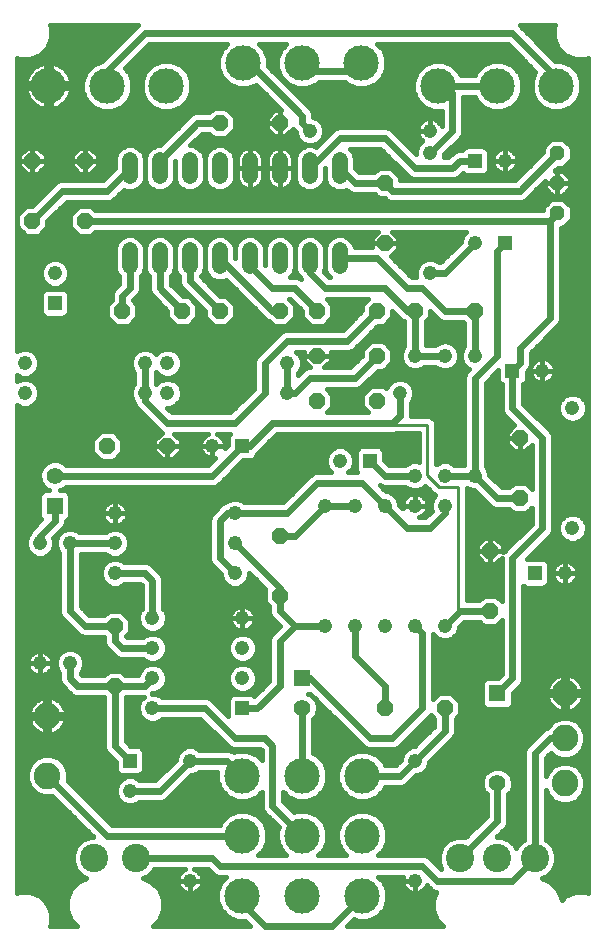
<source format=gbl>
G75*
G70*
%OFA0B0*%
%FSLAX24Y24*%
%IPPOS*%
%LPD*%
%AMOC8*
5,1,8,0,0,1.08239X$1,22.5*
%
%ADD10C,0.0520*%
%ADD11C,0.0476*%
%ADD12OC8,0.0520*%
%ADD13R,0.0476X0.0476*%
%ADD14R,0.0554X0.0554*%
%ADD15C,0.0554*%
%ADD16OC8,0.0476*%
%ADD17C,0.0945*%
%ADD18C,0.0886*%
%ADD19C,0.1181*%
%ADD20C,0.0240*%
%ADD21C,0.0160*%
%ADD22C,0.0475*%
%ADD23C,0.0100*%
D10*
X004867Y022670D02*
X004867Y023190D01*
X005867Y023190D02*
X005867Y022670D01*
X006867Y022670D02*
X006867Y023190D01*
X007867Y023190D02*
X007867Y022670D01*
X008867Y022670D02*
X008867Y023190D01*
X009867Y023190D02*
X009867Y022670D01*
X010867Y022670D02*
X010867Y023190D01*
X011867Y023190D02*
X011867Y022670D01*
X011867Y025670D02*
X011867Y026190D01*
X010867Y026190D02*
X010867Y025670D01*
X009867Y025670D02*
X009867Y026190D01*
X008867Y026190D02*
X008867Y025670D01*
X007867Y025670D02*
X007867Y026190D01*
X006867Y026190D02*
X006867Y025670D01*
X005867Y025670D02*
X005867Y026190D01*
X004867Y026190D02*
X004867Y025670D01*
D11*
X002367Y022430D03*
X001367Y019430D03*
X001367Y018430D03*
X004367Y014430D03*
X004367Y013430D03*
X004367Y012430D03*
X005617Y010930D03*
X005617Y009930D03*
X005617Y008930D03*
X005617Y007930D03*
X006867Y006180D03*
X004867Y005180D03*
X006867Y002180D03*
X008617Y008930D03*
X008617Y009930D03*
X008617Y010930D03*
X008367Y012430D03*
X008367Y013430D03*
X008367Y014430D03*
X007617Y016680D03*
X006117Y018430D03*
X006117Y019430D03*
X005367Y019430D03*
X005367Y018430D03*
X002867Y013430D03*
X001867Y013430D03*
X001867Y009430D03*
X002867Y009430D03*
X010117Y018430D03*
X010117Y019430D03*
X011867Y016180D03*
X012367Y014680D03*
X013367Y014680D03*
X014367Y014680D03*
X014367Y015680D03*
X015367Y015680D03*
X015367Y014680D03*
X016367Y015680D03*
X018617Y019180D03*
X019617Y017930D03*
X019617Y013930D03*
X019367Y012430D03*
X015367Y010680D03*
X014367Y010680D03*
X013367Y010680D03*
X012367Y010680D03*
X011367Y010680D03*
X011367Y014680D03*
X014367Y019680D03*
X015367Y019680D03*
X016367Y019680D03*
X014867Y022430D03*
X016367Y023430D03*
X017367Y026180D03*
X014867Y026430D03*
X014867Y027180D03*
X010867Y027180D03*
X014367Y006180D03*
X014367Y002180D03*
D12*
X015367Y007930D03*
X013367Y007930D03*
X009867Y011680D03*
X009867Y013680D03*
X011117Y018180D03*
X011117Y019680D03*
X011117Y021180D03*
X009867Y021180D03*
X007867Y021180D03*
X006617Y021180D03*
X004617Y021180D03*
X003367Y024180D03*
X003367Y026180D03*
X001617Y026180D03*
X001617Y024180D03*
X004117Y016680D03*
X006117Y016680D03*
X004367Y010680D03*
X004367Y008680D03*
X013117Y018180D03*
X013117Y019680D03*
X013117Y021180D03*
X014367Y021180D03*
X013367Y023430D03*
X013367Y025430D03*
X016367Y021180D03*
X017867Y016930D03*
X017867Y014930D03*
X016867Y013180D03*
X016867Y011180D03*
X009867Y027430D03*
X007867Y027430D03*
D13*
X002367Y021430D03*
X008617Y016680D03*
X012867Y016180D03*
X017617Y019180D03*
X017367Y023430D03*
X016367Y026180D03*
X018367Y012430D03*
X008617Y007930D03*
X004867Y006180D03*
D14*
X010617Y008930D03*
X017117Y008430D03*
X002367Y014680D03*
D15*
X002367Y015680D03*
X010617Y007930D03*
X017117Y005430D03*
D16*
X019117Y024430D03*
X019117Y025430D03*
X019117Y026430D03*
D17*
X018367Y002930D03*
X017117Y002930D03*
X015867Y002930D03*
X005067Y002930D03*
X003667Y002930D03*
D18*
X002117Y005680D03*
X002117Y007680D03*
X019367Y006930D03*
X019367Y008430D03*
X019367Y005430D03*
D19*
X012617Y005680D03*
X012617Y003680D03*
X012617Y001680D03*
X010617Y001680D03*
X010617Y003680D03*
X010617Y005680D03*
X008617Y005680D03*
X008617Y003680D03*
X008617Y001680D03*
X006085Y028680D03*
X004117Y028680D03*
X002148Y028680D03*
X008648Y029430D03*
X010617Y029430D03*
X012585Y029430D03*
X015148Y028680D03*
X017117Y028680D03*
X019085Y028680D03*
D20*
X019117Y028711D01*
X019117Y028930D01*
X017617Y030430D01*
X005367Y030430D01*
X004117Y029180D01*
X004117Y028680D01*
X004867Y025930D02*
X004117Y025180D01*
X002617Y025180D01*
X001617Y024180D01*
X003367Y024180D02*
X018867Y024180D01*
X018867Y020930D01*
X017867Y019930D01*
X017867Y019430D01*
X017617Y019180D01*
X017617Y017930D01*
X018617Y016930D01*
X018617Y013930D01*
X017617Y012930D01*
X017617Y008930D01*
X017117Y008430D01*
X018867Y006930D02*
X018367Y006430D01*
X018367Y002930D01*
X017617Y002180D01*
X015117Y002180D01*
X014617Y002680D01*
X007867Y002680D01*
X007617Y002930D01*
X005067Y002930D01*
X004117Y003680D02*
X002117Y005680D01*
X004117Y003680D02*
X008617Y003680D01*
X009617Y004680D02*
X010617Y003680D01*
X009617Y004680D02*
X009617Y006680D01*
X009367Y006930D01*
X008367Y006930D01*
X007367Y007930D01*
X005617Y007930D01*
X005367Y008680D02*
X005617Y008930D01*
X005367Y008680D02*
X004367Y008680D01*
X003117Y008680D01*
X002867Y008930D01*
X002867Y009430D01*
X003367Y010680D02*
X002867Y011180D01*
X002867Y013430D01*
X004367Y013430D01*
X004367Y012430D02*
X005367Y012430D01*
X005617Y012180D01*
X005617Y010930D01*
X005617Y009930D02*
X004617Y009930D01*
X004367Y010180D01*
X004367Y010680D01*
X003367Y010680D01*
X004367Y008680D02*
X004367Y006680D01*
X004867Y006180D01*
X004867Y005180D02*
X005867Y005180D01*
X006867Y006180D01*
X008117Y006180D01*
X008617Y005680D01*
X008617Y007930D02*
X009117Y007930D01*
X009867Y008680D01*
X009867Y010180D01*
X010367Y010680D01*
X009867Y011180D01*
X009867Y011680D01*
X009867Y011930D01*
X008367Y013430D01*
X007867Y012930D02*
X007867Y014180D01*
X008117Y014430D01*
X008367Y014430D01*
X010117Y014430D01*
X011117Y015430D01*
X012617Y015430D01*
X013367Y014680D01*
X014117Y013930D01*
X014867Y013930D01*
X015367Y014430D01*
X015367Y014680D01*
X015367Y015680D02*
X016367Y015680D01*
X016367Y018930D01*
X017117Y019680D01*
X017117Y023180D01*
X017367Y023430D01*
X016367Y023430D02*
X015367Y022430D01*
X014867Y022430D01*
X014617Y021930D02*
X015367Y021180D01*
X016117Y021180D01*
X016367Y020930D01*
X016367Y021180D01*
X016367Y020930D02*
X016367Y019680D01*
X015367Y019680D02*
X014367Y019680D01*
X014367Y021180D01*
X014117Y021180D01*
X013367Y021930D01*
X011367Y021930D01*
X010867Y022430D01*
X010867Y022930D01*
X010367Y021930D02*
X011117Y021180D01*
X010367Y021930D02*
X009617Y021930D01*
X008867Y022680D01*
X008867Y022930D01*
X007867Y022930D02*
X009617Y021180D01*
X009867Y021180D01*
X010117Y020180D02*
X012117Y020180D01*
X013117Y021180D01*
X014117Y021930D02*
X014617Y021930D01*
X014117Y021930D02*
X013117Y022930D01*
X011867Y022930D01*
X012367Y025430D02*
X011867Y025930D01*
X012367Y025430D02*
X013367Y025430D01*
X013617Y025180D01*
X017867Y025180D01*
X019117Y026430D01*
X019117Y024430D02*
X018867Y024180D01*
X016367Y026180D02*
X015867Y026180D01*
X015617Y025930D01*
X014367Y025930D01*
X013367Y026930D01*
X011867Y026930D01*
X010867Y025930D01*
X010867Y027180D02*
X010617Y027430D01*
X010617Y027680D01*
X008867Y029430D01*
X008648Y029430D01*
X007867Y027430D02*
X007117Y027430D01*
X005867Y026180D01*
X005867Y025930D01*
X005867Y022930D02*
X005867Y021930D01*
X006617Y021180D01*
X006867Y022180D02*
X007867Y021180D01*
X006867Y022180D02*
X006867Y022930D01*
X004867Y022930D02*
X004867Y021930D01*
X004617Y021680D01*
X004617Y021180D01*
X005367Y019430D02*
X005367Y018430D01*
X005367Y018180D01*
X006117Y017430D01*
X008367Y017430D01*
X009367Y018430D01*
X009367Y019430D01*
X010117Y020180D01*
X010117Y019430D02*
X010117Y018430D01*
X010367Y018430D01*
X010867Y018930D01*
X012367Y018930D01*
X013117Y019680D01*
X013867Y018430D02*
X013867Y017680D01*
X013617Y017430D01*
X009617Y017430D01*
X008867Y016680D01*
X008617Y016680D01*
X007617Y015680D01*
X002367Y015680D01*
X002367Y014680D02*
X002367Y014180D01*
X001867Y013680D01*
X001867Y013430D01*
X007867Y012930D02*
X008367Y012430D01*
X009867Y013680D02*
X010367Y013680D01*
X011367Y014680D01*
X012367Y014680D01*
X013367Y015680D02*
X012867Y016180D01*
X013367Y015680D02*
X014367Y015680D01*
X016367Y015680D02*
X017117Y014930D01*
X017867Y014930D01*
X016867Y011180D02*
X015867Y011180D01*
X015862Y011175D01*
X015367Y010680D01*
X014617Y010430D02*
X014367Y010680D01*
X014617Y010430D02*
X014617Y007930D01*
X013617Y006930D01*
X012867Y006930D01*
X010867Y008930D01*
X010617Y008930D01*
X010617Y007930D02*
X010617Y005680D01*
X012617Y005680D02*
X013867Y005680D01*
X014367Y006180D01*
X015367Y007180D01*
X015367Y007930D01*
X017117Y005430D02*
X017117Y004180D01*
X015867Y002930D01*
X012617Y001680D02*
X011617Y000680D01*
X009367Y000680D01*
X008617Y001430D01*
X008617Y001680D01*
X013367Y007930D02*
X013367Y008680D01*
X012367Y009680D01*
X012367Y010680D01*
X011367Y010680D02*
X010367Y010680D01*
X018867Y006930D02*
X019367Y006930D01*
X014867Y026430D02*
X015617Y027180D01*
X015617Y028211D01*
X015617Y028430D01*
X015367Y028680D01*
X017117Y028680D01*
X015617Y028211D02*
X015148Y028680D01*
X012585Y029430D02*
X012335Y029180D01*
X010867Y029180D01*
X010617Y029430D01*
D21*
X001097Y018025D02*
X001097Y001764D01*
X001193Y001804D01*
X001540Y001804D01*
X001862Y001671D01*
X002107Y001425D01*
X002240Y001104D01*
X002240Y000756D01*
X002201Y000660D01*
X003095Y000660D01*
X002893Y000863D01*
X002754Y001198D01*
X002754Y001562D01*
X002893Y001897D01*
X003149Y002154D01*
X003414Y002264D01*
X003263Y002326D01*
X003063Y002526D01*
X002954Y002788D01*
X002954Y003072D01*
X003063Y003334D01*
X003263Y003534D01*
X003525Y003642D01*
X003645Y003642D01*
X002279Y005008D01*
X002253Y004997D01*
X001981Y004997D01*
X001730Y005101D01*
X001538Y005293D01*
X001434Y005544D01*
X001434Y005816D01*
X001538Y006067D01*
X001730Y006259D01*
X001981Y006363D01*
X002253Y006363D01*
X002504Y006259D01*
X002696Y006067D01*
X002800Y005816D01*
X002800Y005544D01*
X002788Y005517D01*
X004266Y004040D01*
X007867Y004040D01*
X007913Y004150D01*
X008146Y004384D01*
X008451Y004511D01*
X008782Y004511D01*
X009087Y004384D01*
X009321Y004150D01*
X009447Y003845D01*
X009447Y003515D01*
X009321Y003210D01*
X009151Y003040D01*
X010082Y003040D01*
X009913Y003210D01*
X009786Y003515D01*
X009786Y003845D01*
X009832Y003956D01*
X009311Y004476D01*
X009257Y004608D01*
X009257Y005145D01*
X009087Y004976D01*
X008782Y004849D01*
X008451Y004849D01*
X008146Y004976D01*
X007913Y005210D01*
X007786Y005515D01*
X007786Y005820D01*
X007182Y005820D01*
X007137Y005775D01*
X006962Y005702D01*
X006898Y005702D01*
X006071Y004875D01*
X005938Y004820D01*
X005182Y004820D01*
X005137Y004775D01*
X004962Y004702D01*
X004772Y004702D01*
X004596Y004775D01*
X004462Y004909D01*
X004389Y005085D01*
X004389Y005275D01*
X004462Y005451D01*
X004596Y005585D01*
X004772Y005658D01*
X004962Y005658D01*
X005137Y005585D01*
X005182Y005540D01*
X005718Y005540D01*
X006389Y006211D01*
X006389Y006275D01*
X006462Y006451D01*
X006596Y006585D01*
X006772Y006658D01*
X006962Y006658D01*
X007137Y006585D01*
X007182Y006540D01*
X008188Y006540D01*
X008321Y006485D01*
X008341Y006465D01*
X008451Y006511D01*
X008782Y006511D01*
X009087Y006384D01*
X009257Y006215D01*
X009257Y006531D01*
X009218Y006570D01*
X008295Y006570D01*
X008163Y006625D01*
X008061Y006726D01*
X008061Y006726D01*
X007218Y007570D01*
X005932Y007570D01*
X005887Y007525D01*
X005712Y007452D01*
X005522Y007452D01*
X005346Y007525D01*
X005212Y007659D01*
X005139Y007835D01*
X005139Y008025D01*
X005212Y008201D01*
X005331Y008320D01*
X004727Y008320D01*
X004727Y006829D01*
X004898Y006658D01*
X005152Y006658D01*
X005240Y006621D01*
X005308Y006554D01*
X005344Y006466D01*
X005344Y005894D01*
X005308Y005806D01*
X005240Y005739D01*
X005152Y005702D01*
X004581Y005702D01*
X004493Y005739D01*
X004425Y005806D01*
X004389Y005894D01*
X004389Y006149D01*
X004163Y006375D01*
X004061Y006476D01*
X004007Y006608D01*
X004007Y008320D01*
X003045Y008320D01*
X002913Y008375D01*
X002811Y008476D01*
X002811Y008476D01*
X002663Y008625D01*
X002663Y008625D01*
X002561Y008726D01*
X002507Y008858D01*
X002507Y009114D01*
X002462Y009159D01*
X002389Y009335D01*
X002389Y009525D01*
X002462Y009701D01*
X002596Y009835D01*
X002772Y009908D01*
X002962Y009908D01*
X003137Y009835D01*
X003272Y009701D01*
X003344Y009525D01*
X003344Y009335D01*
X003272Y009159D01*
X003227Y009114D01*
X003227Y009079D01*
X003266Y009040D01*
X004020Y009040D01*
X004160Y009180D01*
X004574Y009180D01*
X004714Y009040D01*
X005145Y009040D01*
X005212Y009201D01*
X005346Y009335D01*
X005522Y009408D01*
X005712Y009408D01*
X005887Y009335D01*
X006022Y009201D01*
X006094Y009025D01*
X006094Y008835D01*
X006022Y008659D01*
X005887Y008525D01*
X005712Y008452D01*
X005648Y008452D01*
X005604Y008408D01*
X005712Y008408D01*
X005887Y008335D01*
X005932Y008290D01*
X007438Y008290D01*
X007571Y008235D01*
X008139Y007667D01*
X008139Y008216D01*
X008175Y008304D01*
X008243Y008371D01*
X008331Y008408D01*
X008902Y008408D01*
X008990Y008371D01*
X009020Y008342D01*
X009507Y008829D01*
X009507Y010252D01*
X009561Y010384D01*
X009858Y010680D01*
X009663Y010875D01*
X009561Y010976D01*
X009507Y011108D01*
X009507Y011333D01*
X009367Y011473D01*
X009367Y011887D01*
X009384Y011904D01*
X008844Y012443D01*
X008844Y012335D01*
X008772Y012159D01*
X008637Y012025D01*
X008462Y011952D01*
X008272Y011952D01*
X008096Y012025D01*
X007962Y012159D01*
X007889Y012335D01*
X007889Y012399D01*
X007561Y012726D01*
X007507Y012858D01*
X007507Y014252D01*
X007561Y014384D01*
X007663Y014485D01*
X007913Y014735D01*
X008045Y014790D01*
X008051Y014790D01*
X008096Y014835D01*
X008272Y014908D01*
X008462Y014908D01*
X008637Y014835D01*
X008682Y014790D01*
X009968Y014790D01*
X010811Y015634D01*
X010913Y015735D01*
X011045Y015790D01*
X011581Y015790D01*
X011462Y015909D01*
X011389Y016085D01*
X011389Y016275D01*
X011462Y016451D01*
X011596Y016585D01*
X011772Y016658D01*
X011962Y016658D01*
X012137Y016585D01*
X012272Y016451D01*
X012344Y016275D01*
X012344Y016085D01*
X012272Y015909D01*
X012152Y015790D01*
X012442Y015790D01*
X012425Y015806D01*
X012389Y015894D01*
X012389Y016466D01*
X012425Y016554D01*
X012493Y016621D01*
X012581Y016658D01*
X013152Y016658D01*
X013240Y016621D01*
X013308Y016554D01*
X013344Y016466D01*
X013344Y016211D01*
X013516Y016040D01*
X014051Y016040D01*
X014096Y016085D01*
X014272Y016158D01*
X014462Y016158D01*
X014487Y016147D01*
X014487Y017090D01*
X013737Y017090D01*
X013688Y017070D01*
X009766Y017070D01*
X009094Y016399D01*
X009094Y016394D01*
X009058Y016306D01*
X008990Y016239D01*
X008902Y016202D01*
X008648Y016202D01*
X007922Y015476D01*
X007821Y015375D01*
X007688Y015320D01*
X002738Y015320D01*
X002660Y015242D01*
X002552Y015197D01*
X002692Y015197D01*
X002780Y015161D01*
X002847Y015093D01*
X002884Y015005D01*
X002884Y014355D01*
X002847Y014267D01*
X002780Y014199D01*
X002727Y014177D01*
X002727Y014108D01*
X002672Y013976D01*
X002571Y013875D01*
X002308Y013612D01*
X002344Y013525D01*
X002344Y013335D01*
X002272Y013159D01*
X002137Y013025D01*
X001962Y012952D01*
X001772Y012952D01*
X001596Y013025D01*
X001462Y013159D01*
X001389Y013335D01*
X001389Y013525D01*
X001462Y013701D01*
X001507Y013746D01*
X001507Y013752D01*
X001561Y013884D01*
X001915Y014238D01*
X001886Y014267D01*
X001850Y014355D01*
X001850Y015005D01*
X001886Y015093D01*
X001954Y015161D01*
X002042Y015197D01*
X002181Y015197D01*
X002074Y015242D01*
X001928Y015387D01*
X001850Y015577D01*
X001850Y015783D01*
X001928Y015973D01*
X002074Y016118D01*
X002264Y016197D01*
X002470Y016197D01*
X002660Y016118D01*
X002738Y016040D01*
X007468Y016040D01*
X007697Y016270D01*
X007650Y016262D01*
X007617Y016262D01*
X007617Y016680D01*
X008034Y016680D01*
X007617Y016680D01*
X007617Y016680D01*
X007617Y016680D01*
X007617Y016262D01*
X007584Y016262D01*
X007519Y016272D01*
X007456Y016293D01*
X007398Y016323D01*
X007344Y016361D01*
X007298Y016408D01*
X007259Y016461D01*
X007229Y016520D01*
X007209Y016582D01*
X007199Y016647D01*
X007199Y016680D01*
X007617Y016680D01*
X007617Y016680D01*
X007199Y016680D01*
X007199Y016713D01*
X007209Y016778D01*
X007229Y016840D01*
X007259Y016899D01*
X007298Y016952D01*
X007344Y016999D01*
X007398Y017037D01*
X007456Y017067D01*
X007465Y017070D01*
X006349Y017070D01*
X006557Y016862D01*
X006557Y016680D01*
X006117Y016680D01*
X006117Y016680D01*
X006557Y016680D01*
X006557Y016498D01*
X006299Y016240D01*
X006117Y016240D01*
X006117Y016680D01*
X006117Y016680D01*
X006117Y016240D01*
X005934Y016240D01*
X005677Y016498D01*
X005677Y016680D01*
X006117Y016680D01*
X006117Y016680D01*
X005677Y016680D01*
X005677Y016862D01*
X005931Y017117D01*
X005913Y017125D01*
X005811Y017226D01*
X005061Y017976D01*
X005007Y018108D01*
X005007Y018114D01*
X004962Y018159D01*
X004889Y018335D01*
X004889Y018525D01*
X004962Y018701D01*
X005007Y018746D01*
X005007Y019114D01*
X004962Y019159D01*
X004889Y019335D01*
X004889Y019525D01*
X004962Y019701D01*
X005096Y019835D01*
X005272Y019908D01*
X005462Y019908D01*
X005637Y019835D01*
X005742Y019731D01*
X005846Y019835D01*
X006022Y019908D01*
X006212Y019908D01*
X006387Y019835D01*
X006522Y019701D01*
X006594Y019525D01*
X006594Y019335D01*
X006522Y019159D01*
X006387Y019025D01*
X006212Y018952D01*
X006022Y018952D01*
X005846Y019025D01*
X005742Y019129D01*
X005727Y019114D01*
X005727Y018746D01*
X005742Y018731D01*
X005846Y018835D01*
X006022Y018908D01*
X006212Y018908D01*
X006387Y018835D01*
X006522Y018701D01*
X006594Y018525D01*
X006594Y018335D01*
X006522Y018159D01*
X006387Y018025D01*
X006212Y017952D01*
X006104Y017952D01*
X006266Y017790D01*
X008218Y017790D01*
X009007Y018579D01*
X009007Y019502D01*
X009061Y019634D01*
X009811Y020384D01*
X009913Y020485D01*
X010045Y020540D01*
X011968Y020540D01*
X012617Y021189D01*
X012617Y021387D01*
X012800Y021570D01*
X011434Y021570D01*
X011617Y021387D01*
X011617Y020973D01*
X011324Y020680D01*
X010910Y020680D01*
X010617Y020973D01*
X010617Y021171D01*
X010218Y021570D01*
X010184Y021570D01*
X010367Y021387D01*
X010367Y020973D01*
X010074Y020680D01*
X009660Y020680D01*
X009502Y020838D01*
X009413Y020875D01*
X009311Y020976D01*
X008073Y022214D01*
X007966Y022170D01*
X007767Y022170D01*
X007583Y022246D01*
X007443Y022387D01*
X007367Y022571D01*
X007367Y023289D01*
X007291Y023473D01*
X007150Y023614D01*
X006966Y023690D01*
X006767Y023690D01*
X006583Y023614D01*
X006443Y023473D01*
X006367Y023289D01*
X006291Y023473D01*
X006150Y023614D01*
X005966Y023690D01*
X005767Y023690D01*
X005583Y023614D01*
X005443Y023473D01*
X005367Y023289D01*
X005367Y022571D01*
X005443Y022387D01*
X005507Y022323D01*
X005507Y021858D01*
X005561Y021726D01*
X006117Y021171D01*
X006117Y020973D01*
X006410Y020680D01*
X006824Y020680D01*
X007117Y020973D01*
X007117Y021387D01*
X006824Y021680D01*
X006626Y021680D01*
X006227Y022079D01*
X006227Y022323D01*
X006291Y022387D01*
X006367Y022571D01*
X006443Y022387D01*
X006507Y022323D01*
X006507Y022108D01*
X006561Y021976D01*
X006663Y021875D01*
X007367Y021171D01*
X007367Y020973D01*
X007660Y020680D01*
X008074Y020680D01*
X008367Y020973D01*
X008367Y021387D01*
X008074Y021680D01*
X007876Y021680D01*
X007230Y022326D01*
X007291Y022387D01*
X007367Y022571D01*
X007367Y023289D01*
X007443Y023473D01*
X007583Y023614D01*
X007767Y023690D01*
X007966Y023690D01*
X008150Y023614D01*
X008291Y023473D01*
X008367Y023289D01*
X008367Y022939D01*
X008367Y022939D01*
X008367Y023289D01*
X008443Y023473D01*
X008583Y023614D01*
X008767Y023690D01*
X008966Y023690D01*
X009150Y023614D01*
X009291Y023473D01*
X009367Y023289D01*
X009367Y022689D01*
X009367Y022689D01*
X009367Y023289D01*
X009443Y023473D01*
X009583Y023614D01*
X009767Y023690D01*
X009966Y023690D01*
X010150Y023614D01*
X010291Y023473D01*
X010367Y023289D01*
X010367Y022571D01*
X010443Y022387D01*
X010532Y022298D01*
X010555Y022242D01*
X010438Y022290D01*
X010194Y022290D01*
X010291Y022387D01*
X010367Y022571D01*
X010367Y023289D01*
X010443Y023473D01*
X010583Y023614D01*
X010767Y023690D01*
X010966Y023690D01*
X011150Y023614D01*
X011291Y023473D01*
X011367Y023289D01*
X011367Y022571D01*
X011443Y022387D01*
X011540Y022290D01*
X011516Y022290D01*
X011328Y022478D01*
X011367Y022571D01*
X011367Y023289D01*
X011443Y023473D01*
X011583Y023614D01*
X011767Y023690D01*
X011966Y023690D01*
X012150Y023614D01*
X012291Y023473D01*
X012366Y023290D01*
X012927Y023290D01*
X012927Y023430D01*
X013367Y023430D01*
X013807Y023430D01*
X013807Y023612D01*
X013599Y023820D01*
X016081Y023820D01*
X015962Y023701D01*
X015889Y023525D01*
X015889Y023461D01*
X015218Y022790D01*
X015182Y022790D01*
X015137Y022835D01*
X014962Y022908D01*
X014772Y022908D01*
X014596Y022835D01*
X014462Y022701D01*
X014389Y022525D01*
X014389Y022335D01*
X014407Y022290D01*
X014266Y022290D01*
X013557Y022998D01*
X013807Y023248D01*
X013807Y023430D01*
X013367Y023430D01*
X013367Y023430D01*
X013367Y023430D01*
X012927Y023430D01*
X012927Y023612D01*
X013134Y023820D01*
X003714Y023820D01*
X003574Y023680D01*
X003160Y023680D01*
X002867Y023973D01*
X002867Y024387D01*
X003160Y024680D01*
X003574Y024680D01*
X003714Y024540D01*
X018639Y024540D01*
X018639Y024628D01*
X018919Y024908D01*
X019315Y024908D01*
X019594Y024628D01*
X019594Y024232D01*
X019315Y023952D01*
X019227Y023952D01*
X019227Y020858D01*
X019172Y020726D01*
X018227Y019781D01*
X018227Y019358D01*
X018172Y019226D01*
X018094Y019149D01*
X018094Y018894D01*
X018058Y018806D01*
X017990Y018739D01*
X017977Y018733D01*
X017977Y018079D01*
X018821Y017235D01*
X018922Y017134D01*
X018977Y017002D01*
X018977Y013858D01*
X018922Y013726D01*
X018104Y012908D01*
X018652Y012908D01*
X018740Y012871D01*
X018808Y012804D01*
X018844Y012716D01*
X018844Y012144D01*
X018808Y012056D01*
X018740Y011989D01*
X018652Y011952D01*
X018081Y011952D01*
X017993Y011989D01*
X017977Y012005D01*
X017977Y008858D01*
X017922Y008726D01*
X017634Y008438D01*
X017634Y008105D01*
X017597Y008017D01*
X017530Y007949D01*
X017442Y007913D01*
X016792Y007913D01*
X016704Y007949D01*
X016636Y008017D01*
X016600Y008105D01*
X015867Y008105D01*
X015867Y008137D02*
X015574Y008430D01*
X015160Y008430D01*
X014977Y008247D01*
X014977Y010394D01*
X015096Y010275D01*
X015272Y010202D01*
X015462Y010202D01*
X015637Y010275D01*
X015772Y010409D01*
X015844Y010585D01*
X015844Y010649D01*
X016016Y010820D01*
X016520Y010820D01*
X016660Y010680D01*
X017074Y010680D01*
X017257Y010863D01*
X017257Y009079D01*
X017125Y008947D01*
X016792Y008947D01*
X016704Y008911D01*
X016636Y008843D01*
X016600Y008755D01*
X016600Y008105D01*
X016600Y008264D02*
X015740Y008264D01*
X015867Y008137D02*
X015867Y007723D01*
X015727Y007583D01*
X015727Y007108D01*
X015672Y006976D01*
X015571Y006875D01*
X014844Y006149D01*
X014844Y006085D01*
X014772Y005909D01*
X014637Y005775D01*
X014462Y005702D01*
X014398Y005702D01*
X014071Y005375D01*
X013938Y005320D01*
X013367Y005320D01*
X013321Y005210D01*
X013087Y004976D01*
X012782Y004849D01*
X012451Y004849D01*
X012146Y004976D01*
X011913Y005210D01*
X011786Y005515D01*
X011786Y005845D01*
X011913Y006150D01*
X012146Y006384D01*
X012451Y006511D01*
X012782Y006511D01*
X013087Y006384D01*
X013321Y006150D01*
X013367Y006040D01*
X013718Y006040D01*
X013889Y006211D01*
X013889Y006275D01*
X013962Y006451D01*
X014096Y006585D01*
X014272Y006658D01*
X014335Y006658D01*
X015007Y007329D01*
X015007Y007583D01*
X014893Y007697D01*
X014821Y007625D01*
X013821Y006625D01*
X013688Y006570D01*
X012795Y006570D01*
X012663Y006625D01*
X012561Y006726D01*
X010875Y008413D01*
X010802Y008413D01*
X010910Y008368D01*
X011055Y008223D01*
X011134Y008033D01*
X011134Y007827D01*
X011055Y007637D01*
X010977Y007559D01*
X010977Y006430D01*
X011087Y006384D01*
X011321Y006150D01*
X011447Y005845D01*
X011447Y005515D01*
X011321Y005210D01*
X011087Y004976D01*
X010782Y004849D01*
X010451Y004849D01*
X010146Y004976D01*
X009977Y005145D01*
X009977Y004829D01*
X010341Y004465D01*
X010451Y004511D01*
X010782Y004511D01*
X011087Y004384D01*
X011321Y004150D01*
X011447Y003845D01*
X011447Y003515D01*
X011321Y003210D01*
X011151Y003040D01*
X012082Y003040D01*
X011913Y003210D01*
X011786Y003515D01*
X011786Y003845D01*
X011913Y004150D01*
X012146Y004384D01*
X012451Y004511D01*
X012782Y004511D01*
X013087Y004384D01*
X013321Y004150D01*
X013447Y003845D01*
X013447Y003515D01*
X013321Y003210D01*
X013151Y003040D01*
X014688Y003040D01*
X014821Y002985D01*
X015251Y002555D01*
X015154Y002788D01*
X015154Y003072D01*
X015263Y003334D01*
X015463Y003534D01*
X015725Y003642D01*
X016008Y003642D01*
X016052Y003624D01*
X016757Y004329D01*
X016757Y005059D01*
X016678Y005137D01*
X016600Y005327D01*
X016600Y005533D01*
X016678Y005723D01*
X016824Y005868D01*
X017014Y005947D01*
X017220Y005947D01*
X017410Y005868D01*
X017555Y005723D01*
X017634Y005533D01*
X017634Y005327D01*
X017555Y005137D01*
X017477Y005059D01*
X017477Y004108D01*
X017422Y003976D01*
X017321Y003875D01*
X017088Y003642D01*
X017258Y003642D01*
X017520Y003534D01*
X017721Y003334D01*
X017742Y003283D01*
X017763Y003334D01*
X017963Y003534D01*
X018007Y003552D01*
X018007Y006502D01*
X018061Y006634D01*
X018163Y006735D01*
X018663Y007235D01*
X018773Y007281D01*
X018788Y007317D01*
X018980Y007509D01*
X019231Y007613D01*
X019503Y007613D01*
X019754Y007509D01*
X019946Y007317D01*
X020050Y007066D01*
X020050Y006794D01*
X019946Y006543D01*
X019754Y006351D01*
X019503Y006247D01*
X019231Y006247D01*
X018980Y006351D01*
X018888Y006443D01*
X018727Y006281D01*
X018727Y005669D01*
X018788Y005817D01*
X018980Y006009D01*
X019231Y006113D01*
X019503Y006113D01*
X019754Y006009D01*
X019946Y005817D01*
X020050Y005566D01*
X020050Y005294D01*
X019946Y005043D01*
X019754Y004851D01*
X019503Y004747D01*
X019231Y004747D01*
X018980Y004851D01*
X018788Y005043D01*
X018727Y005191D01*
X018727Y003552D01*
X018770Y003534D01*
X018971Y003334D01*
X019079Y003072D01*
X019079Y002788D01*
X018971Y002526D01*
X018770Y002326D01*
X018607Y002258D01*
X018859Y002154D01*
X019116Y001897D01*
X019255Y001562D01*
X019255Y001554D01*
X019372Y001671D01*
X019693Y001804D01*
X020040Y001804D01*
X020137Y001764D01*
X020137Y029596D01*
X020040Y029556D01*
X019693Y029556D01*
X019372Y029689D01*
X019126Y029935D01*
X018993Y030256D01*
X018993Y030604D01*
X019033Y030700D01*
X017856Y030700D01*
X019045Y029511D01*
X019250Y029511D01*
X019556Y029384D01*
X019789Y029150D01*
X019916Y028845D01*
X019916Y028515D01*
X019789Y028210D01*
X019556Y027976D01*
X019250Y027849D01*
X018920Y027849D01*
X018615Y027976D01*
X018381Y028210D01*
X018255Y028515D01*
X018255Y028845D01*
X018381Y029150D01*
X018384Y029153D01*
X017468Y030070D01*
X013120Y030070D01*
X013289Y029900D01*
X013416Y029595D01*
X013416Y029265D01*
X013289Y028960D01*
X013056Y028726D01*
X012750Y028599D01*
X012420Y028599D01*
X012115Y028726D01*
X012021Y028820D01*
X011181Y028820D01*
X011087Y028726D01*
X010782Y028599D01*
X010451Y028599D01*
X010146Y028726D01*
X009913Y028960D01*
X009786Y029265D01*
X009786Y029595D01*
X009913Y029900D01*
X010082Y030070D01*
X009183Y030070D01*
X009352Y029900D01*
X009479Y029595D01*
X009479Y029327D01*
X010821Y027985D01*
X010922Y027884D01*
X010977Y027752D01*
X010977Y027652D01*
X011137Y027585D01*
X011272Y027451D01*
X011344Y027275D01*
X011344Y027085D01*
X011272Y026909D01*
X011137Y026775D01*
X010962Y026702D01*
X010772Y026702D01*
X010596Y026775D01*
X010462Y026909D01*
X010389Y027085D01*
X010389Y027149D01*
X010311Y027226D01*
X010304Y027245D01*
X010049Y026990D01*
X009867Y026990D01*
X009867Y027430D01*
X009867Y027430D01*
X009867Y027430D01*
X009867Y027870D01*
X009918Y027870D01*
X009078Y028709D01*
X008813Y028599D01*
X008483Y028599D01*
X008178Y028726D01*
X007944Y028960D01*
X007818Y029265D01*
X007818Y029595D01*
X007944Y029900D01*
X008114Y030070D01*
X005516Y030070D01*
X004709Y029263D01*
X004821Y029150D01*
X004947Y028845D01*
X004947Y028515D01*
X004821Y028210D01*
X004587Y027976D01*
X004282Y027849D01*
X003951Y027849D01*
X003646Y027976D01*
X003413Y028210D01*
X003286Y028515D01*
X003286Y028845D01*
X003413Y029150D01*
X003646Y029384D01*
X003929Y029501D01*
X005061Y030634D01*
X005128Y030700D01*
X002201Y030700D01*
X002240Y030604D01*
X002240Y030256D01*
X002107Y029935D01*
X001862Y029689D01*
X001540Y029556D01*
X001193Y029556D01*
X001097Y029596D01*
X001097Y019835D01*
X001272Y019908D01*
X001462Y019908D01*
X001637Y019835D01*
X001772Y019701D01*
X001844Y019525D01*
X001844Y019335D01*
X001772Y019159D01*
X001637Y019025D01*
X001462Y018952D01*
X001272Y018952D01*
X001097Y019025D01*
X001097Y018835D01*
X001272Y018908D01*
X001462Y018908D01*
X001637Y018835D01*
X001772Y018701D01*
X001844Y018525D01*
X001844Y018335D01*
X001772Y018159D01*
X001637Y018025D01*
X001462Y017952D01*
X001272Y017952D01*
X001097Y018025D01*
X001097Y017932D02*
X005106Y017932D01*
X005014Y018091D02*
X001703Y018091D01*
X001809Y018249D02*
X004924Y018249D01*
X004889Y018408D02*
X001844Y018408D01*
X001827Y018566D02*
X004906Y018566D01*
X004985Y018725D02*
X001748Y018725D01*
X001521Y018883D02*
X005007Y018883D01*
X005007Y019042D02*
X001654Y019042D01*
X001789Y019200D02*
X004945Y019200D01*
X004889Y019359D02*
X001844Y019359D01*
X001844Y019517D02*
X004889Y019517D01*
X004951Y019676D02*
X001782Y019676D01*
X001638Y019834D02*
X005095Y019834D01*
X005638Y019834D02*
X005845Y019834D01*
X006388Y019834D02*
X009262Y019834D01*
X009420Y019993D02*
X001097Y019993D01*
X001097Y020151D02*
X009579Y020151D01*
X009737Y020310D02*
X001097Y020310D01*
X001097Y020468D02*
X009896Y020468D01*
X010179Y020785D02*
X010805Y020785D01*
X010646Y020944D02*
X010337Y020944D01*
X010367Y021102D02*
X010617Y021102D01*
X010527Y021261D02*
X010367Y021261D01*
X010369Y021419D02*
X010335Y021419D01*
X010274Y022370D02*
X010460Y022370D01*
X010384Y022529D02*
X010349Y022529D01*
X010367Y022687D02*
X010367Y022687D01*
X010367Y022846D02*
X010367Y022846D01*
X010367Y023004D02*
X010367Y023004D01*
X010367Y023163D02*
X010367Y023163D01*
X010354Y023321D02*
X010380Y023321D01*
X010449Y023480D02*
X010284Y023480D01*
X010092Y023638D02*
X010642Y023638D01*
X011092Y023638D02*
X011642Y023638D01*
X011449Y023480D02*
X011284Y023480D01*
X011354Y023321D02*
X011380Y023321D01*
X011367Y023163D02*
X011367Y023163D01*
X011367Y023004D02*
X011367Y023004D01*
X011367Y022846D02*
X011367Y022846D01*
X011367Y022687D02*
X011367Y022687D01*
X011384Y022529D02*
X011349Y022529D01*
X011436Y022370D02*
X011460Y022370D01*
X011585Y021419D02*
X012649Y021419D01*
X012617Y021261D02*
X011617Y021261D01*
X011617Y021102D02*
X012530Y021102D01*
X012371Y020944D02*
X011587Y020944D01*
X011429Y020785D02*
X012213Y020785D01*
X012054Y020627D02*
X001097Y020627D01*
X001097Y020785D02*
X004305Y020785D01*
X004410Y020680D02*
X004824Y020680D01*
X005117Y020973D01*
X005117Y021387D01*
X004977Y021527D01*
X004977Y021531D01*
X005172Y021726D01*
X005227Y021858D01*
X005227Y022323D01*
X005291Y022387D01*
X005367Y022571D01*
X005367Y023289D01*
X005291Y023473D01*
X005150Y023614D01*
X004966Y023690D01*
X004767Y023690D01*
X004583Y023614D01*
X004443Y023473D01*
X004367Y023289D01*
X004367Y022571D01*
X004443Y022387D01*
X004507Y022323D01*
X004507Y022079D01*
X004413Y021985D01*
X004311Y021884D01*
X004257Y021752D01*
X004257Y021527D01*
X004117Y021387D01*
X004117Y020973D01*
X004410Y020680D01*
X004146Y020944D02*
X001097Y020944D01*
X001097Y021102D02*
X001906Y021102D01*
X001889Y021144D02*
X001925Y021056D01*
X001993Y020989D01*
X002081Y020952D01*
X002652Y020952D01*
X002740Y020989D01*
X002808Y021056D01*
X002844Y021144D01*
X002844Y021716D01*
X002808Y021804D01*
X002740Y021871D01*
X002652Y021908D01*
X002081Y021908D01*
X001993Y021871D01*
X001925Y021804D01*
X001889Y021716D01*
X001889Y021144D01*
X001889Y021261D02*
X001097Y021261D01*
X001097Y021419D02*
X001889Y021419D01*
X001889Y021578D02*
X001097Y021578D01*
X001097Y021736D02*
X001897Y021736D01*
X002049Y021895D02*
X001097Y021895D01*
X001097Y022053D02*
X002068Y022053D01*
X002096Y022025D02*
X001962Y022159D01*
X001889Y022335D01*
X001889Y022525D01*
X001962Y022701D01*
X002096Y022835D01*
X002272Y022908D01*
X002462Y022908D01*
X002637Y022835D01*
X002772Y022701D01*
X002844Y022525D01*
X002844Y022335D01*
X002772Y022159D01*
X002637Y022025D01*
X002462Y021952D01*
X002272Y021952D01*
X002096Y022025D01*
X001940Y022212D02*
X001097Y022212D01*
X001097Y022370D02*
X001889Y022370D01*
X001890Y022529D02*
X001097Y022529D01*
X001097Y022687D02*
X001956Y022687D01*
X002121Y022846D02*
X001097Y022846D01*
X001097Y023004D02*
X004367Y023004D01*
X004367Y022846D02*
X002612Y022846D01*
X002777Y022687D02*
X004367Y022687D01*
X004384Y022529D02*
X002843Y022529D01*
X002844Y022370D02*
X004460Y022370D01*
X004507Y022212D02*
X002793Y022212D01*
X002665Y022053D02*
X004481Y022053D01*
X004322Y021895D02*
X002684Y021895D01*
X002836Y021736D02*
X004257Y021736D01*
X004257Y021578D02*
X002844Y021578D01*
X002844Y021419D02*
X004149Y021419D01*
X004117Y021261D02*
X002844Y021261D01*
X002827Y021102D02*
X004117Y021102D01*
X004929Y020785D02*
X006305Y020785D01*
X006146Y020944D02*
X005087Y020944D01*
X005117Y021102D02*
X006117Y021102D01*
X006027Y021261D02*
X005117Y021261D01*
X005085Y021419D02*
X005869Y021419D01*
X005710Y021578D02*
X005023Y021578D01*
X005176Y021736D02*
X005557Y021736D01*
X005507Y021895D02*
X005227Y021895D01*
X005227Y022053D02*
X005507Y022053D01*
X005507Y022212D02*
X005227Y022212D01*
X005274Y022370D02*
X005460Y022370D01*
X005384Y022529D02*
X005349Y022529D01*
X005367Y022687D02*
X005367Y022687D01*
X005367Y022846D02*
X005367Y022846D01*
X005367Y023004D02*
X005367Y023004D01*
X005367Y023163D02*
X005367Y023163D01*
X005354Y023321D02*
X005380Y023321D01*
X005449Y023480D02*
X005284Y023480D01*
X005092Y023638D02*
X005642Y023638D01*
X006092Y023638D02*
X006642Y023638D01*
X006449Y023480D02*
X006284Y023480D01*
X006354Y023321D02*
X006380Y023321D01*
X006367Y023289D02*
X006367Y022571D01*
X006367Y023289D01*
X006367Y023163D02*
X006367Y023163D01*
X006367Y023004D02*
X006367Y023004D01*
X006367Y022846D02*
X006367Y022846D01*
X006367Y022687D02*
X006367Y022687D01*
X006384Y022529D02*
X006349Y022529D01*
X006274Y022370D02*
X006460Y022370D01*
X006507Y022212D02*
X006227Y022212D01*
X006253Y022053D02*
X006530Y022053D01*
X006643Y021895D02*
X006411Y021895D01*
X006570Y021736D02*
X006802Y021736D01*
X006663Y021875D02*
X006663Y021875D01*
X006926Y021578D02*
X006960Y021578D01*
X007085Y021419D02*
X007119Y021419D01*
X007117Y021261D02*
X007277Y021261D01*
X007367Y021102D02*
X007117Y021102D01*
X007087Y020944D02*
X007396Y020944D01*
X007555Y020785D02*
X006929Y020785D01*
X007661Y021895D02*
X008393Y021895D01*
X008235Y022053D02*
X007503Y022053D01*
X007344Y022212D02*
X007667Y022212D01*
X007460Y022370D02*
X007274Y022370D01*
X007349Y022529D02*
X007384Y022529D01*
X007367Y022687D02*
X007367Y022687D01*
X007367Y022846D02*
X007367Y022846D01*
X007367Y023004D02*
X007367Y023004D01*
X007367Y023163D02*
X007367Y023163D01*
X007354Y023321D02*
X007380Y023321D01*
X007449Y023480D02*
X007284Y023480D01*
X007092Y023638D02*
X007642Y023638D01*
X008092Y023638D02*
X008642Y023638D01*
X008449Y023480D02*
X008284Y023480D01*
X008354Y023321D02*
X008380Y023321D01*
X008367Y023163D02*
X008367Y023163D01*
X008367Y023004D02*
X008367Y023004D01*
X008076Y022212D02*
X008066Y022212D01*
X007820Y021736D02*
X008552Y021736D01*
X008710Y021578D02*
X008176Y021578D01*
X008335Y021419D02*
X008869Y021419D01*
X009027Y021261D02*
X008367Y021261D01*
X008367Y021102D02*
X009186Y021102D01*
X009344Y020944D02*
X008337Y020944D01*
X008179Y020785D02*
X009555Y020785D01*
X009103Y019676D02*
X006532Y019676D01*
X006594Y019517D02*
X009013Y019517D01*
X009007Y019359D02*
X006594Y019359D01*
X006539Y019200D02*
X009007Y019200D01*
X009007Y019042D02*
X006404Y019042D01*
X006271Y018883D02*
X009007Y018883D01*
X009007Y018725D02*
X006498Y018725D01*
X006577Y018566D02*
X008994Y018566D01*
X008835Y018408D02*
X006594Y018408D01*
X006559Y018249D02*
X008677Y018249D01*
X008518Y018091D02*
X006453Y018091D01*
X006124Y017932D02*
X008360Y017932D01*
X008192Y017070D02*
X007768Y017070D01*
X007777Y017067D01*
X007836Y017037D01*
X007889Y016999D01*
X007935Y016952D01*
X007974Y016899D01*
X008004Y016840D01*
X008024Y016778D01*
X008034Y016713D01*
X008034Y016680D01*
X008034Y016647D01*
X008027Y016599D01*
X008139Y016711D01*
X008139Y016966D01*
X008175Y017054D01*
X008192Y017070D01*
X008145Y016981D02*
X007906Y016981D01*
X008010Y016823D02*
X008139Y016823D01*
X008092Y016664D02*
X008034Y016664D01*
X007617Y016664D02*
X007617Y016664D01*
X007617Y016506D02*
X007617Y016506D01*
X007617Y016347D02*
X007617Y016347D01*
X007616Y016189D02*
X004332Y016189D01*
X004324Y016180D02*
X004617Y016473D01*
X004617Y016887D01*
X004324Y017180D01*
X003910Y017180D01*
X003617Y016887D01*
X003617Y016473D01*
X003910Y016180D01*
X004324Y016180D01*
X004491Y016347D02*
X005827Y016347D01*
X005677Y016506D02*
X004617Y016506D01*
X004617Y016664D02*
X005677Y016664D01*
X005677Y016823D02*
X004617Y016823D01*
X004523Y016981D02*
X005795Y016981D01*
X005898Y017140D02*
X004364Y017140D01*
X003869Y017140D02*
X001097Y017140D01*
X001097Y017298D02*
X005740Y017298D01*
X005581Y017457D02*
X001097Y017457D01*
X001097Y017615D02*
X005423Y017615D01*
X005264Y017774D02*
X001097Y017774D01*
X001097Y016981D02*
X003711Y016981D01*
X003617Y016823D02*
X001097Y016823D01*
X001097Y016664D02*
X003617Y016664D01*
X003617Y016506D02*
X001097Y016506D01*
X001097Y016347D02*
X003743Y016347D01*
X003901Y016189D02*
X002490Y016189D01*
X002243Y016189D02*
X001097Y016189D01*
X001097Y016030D02*
X001985Y016030D01*
X001886Y015872D02*
X001097Y015872D01*
X001097Y015713D02*
X001850Y015713D01*
X001859Y015555D02*
X001097Y015555D01*
X001097Y015396D02*
X001925Y015396D01*
X002083Y015238D02*
X001097Y015238D01*
X001097Y015079D02*
X001880Y015079D01*
X001850Y014921D02*
X001097Y014921D01*
X001097Y014762D02*
X001850Y014762D01*
X001850Y014604D02*
X001097Y014604D01*
X001097Y014445D02*
X001850Y014445D01*
X001878Y014287D02*
X001097Y014287D01*
X001097Y014128D02*
X001806Y014128D01*
X001647Y013970D02*
X001097Y013970D01*
X001097Y013811D02*
X001531Y013811D01*
X001442Y013653D02*
X001097Y013653D01*
X001097Y013494D02*
X001389Y013494D01*
X001389Y013336D02*
X001097Y013336D01*
X001097Y013177D02*
X001454Y013177D01*
X001612Y013019D02*
X001097Y013019D01*
X001097Y012860D02*
X002507Y012860D01*
X002507Y012702D02*
X001097Y012702D01*
X001097Y012543D02*
X002507Y012543D01*
X002507Y012385D02*
X001097Y012385D01*
X001097Y012226D02*
X002507Y012226D01*
X002507Y012068D02*
X001097Y012068D01*
X001097Y011909D02*
X002507Y011909D01*
X002507Y011751D02*
X001097Y011751D01*
X001097Y011592D02*
X002507Y011592D01*
X002507Y011434D02*
X001097Y011434D01*
X001097Y011275D02*
X002507Y011275D01*
X002507Y011117D02*
X001097Y011117D01*
X001097Y010958D02*
X002580Y010958D01*
X002561Y010976D02*
X002663Y010875D01*
X003163Y010375D01*
X003295Y010320D01*
X004007Y010320D01*
X004007Y010108D01*
X004061Y009976D01*
X004311Y009726D01*
X004413Y009625D01*
X004545Y009570D01*
X005301Y009570D01*
X005346Y009525D01*
X005522Y009452D01*
X005712Y009452D01*
X005887Y009525D01*
X006022Y009659D01*
X006094Y009835D01*
X006094Y010025D01*
X006022Y010201D01*
X005887Y010335D01*
X005712Y010408D01*
X005522Y010408D01*
X005346Y010335D01*
X005301Y010290D01*
X004766Y010290D01*
X004727Y010329D01*
X004727Y010333D01*
X004867Y010473D01*
X004867Y010887D01*
X004574Y011180D01*
X004160Y011180D01*
X004020Y011040D01*
X003516Y011040D01*
X003227Y011329D01*
X003227Y013070D01*
X004051Y013070D01*
X004096Y013025D01*
X004272Y012952D01*
X004462Y012952D01*
X004637Y013025D01*
X004772Y013159D01*
X004844Y013335D01*
X004844Y013525D01*
X004772Y013701D01*
X004637Y013835D01*
X004462Y013908D01*
X004272Y013908D01*
X004096Y013835D01*
X004051Y013790D01*
X003182Y013790D01*
X003137Y013835D01*
X002962Y013908D01*
X002772Y013908D01*
X002596Y013835D01*
X002462Y013701D01*
X002389Y013525D01*
X002389Y013335D01*
X002462Y013159D01*
X002507Y013114D01*
X002507Y011108D01*
X002561Y010976D01*
X002738Y010800D02*
X001097Y010800D01*
X001097Y010641D02*
X002897Y010641D01*
X003055Y010483D02*
X001097Y010483D01*
X001097Y010324D02*
X003285Y010324D01*
X003105Y009849D02*
X004189Y009849D01*
X004049Y010007D02*
X001097Y010007D01*
X001097Y009849D02*
X002629Y009849D01*
X002457Y009690D02*
X002194Y009690D01*
X002185Y009702D02*
X002139Y009749D01*
X002086Y009787D01*
X002027Y009817D01*
X001964Y009838D01*
X001900Y009848D01*
X001867Y009848D01*
X001867Y009430D01*
X002284Y009430D01*
X002284Y009463D01*
X002274Y009528D01*
X002254Y009590D01*
X002224Y009649D01*
X002185Y009702D01*
X002273Y009532D02*
X002392Y009532D01*
X002284Y009430D02*
X002284Y009397D01*
X002274Y009332D01*
X002254Y009270D01*
X002224Y009211D01*
X002185Y009158D01*
X002139Y009111D01*
X002086Y009073D01*
X002027Y009043D01*
X001964Y009022D01*
X001900Y009012D01*
X001867Y009012D01*
X001867Y009430D01*
X001867Y009430D01*
X002284Y009430D01*
X002281Y009373D02*
X002389Y009373D01*
X002439Y009215D02*
X002226Y009215D01*
X002053Y009056D02*
X002507Y009056D01*
X002507Y008898D02*
X001097Y008898D01*
X001097Y009056D02*
X001680Y009056D01*
X001706Y009043D02*
X001769Y009022D01*
X001834Y009012D01*
X001867Y009012D01*
X001867Y009430D01*
X001867Y009430D01*
X001867Y009430D01*
X001867Y009848D01*
X001834Y009848D01*
X001769Y009838D01*
X001706Y009817D01*
X001648Y009787D01*
X001594Y009749D01*
X001548Y009702D01*
X001509Y009649D01*
X001479Y009590D01*
X001459Y009528D01*
X001449Y009463D01*
X001449Y009430D01*
X001449Y009397D01*
X001459Y009332D01*
X001479Y009270D01*
X001509Y009211D01*
X001548Y009158D01*
X001594Y009111D01*
X001648Y009073D01*
X001706Y009043D01*
X001867Y009056D02*
X001867Y009056D01*
X001867Y009215D02*
X001867Y009215D01*
X001867Y009373D02*
X001867Y009373D01*
X001867Y009430D02*
X001449Y009430D01*
X001867Y009430D01*
X001867Y009430D01*
X001867Y009532D02*
X001867Y009532D01*
X001867Y009690D02*
X001867Y009690D01*
X001539Y009690D02*
X001097Y009690D01*
X001097Y009532D02*
X001460Y009532D01*
X001453Y009373D02*
X001097Y009373D01*
X001097Y009215D02*
X001508Y009215D01*
X001097Y008739D02*
X002556Y008739D01*
X002707Y008581D02*
X001097Y008581D01*
X001097Y008422D02*
X002866Y008422D01*
X002573Y008105D02*
X004007Y008105D01*
X004007Y007947D02*
X002680Y007947D01*
X002694Y007919D02*
X002649Y008006D01*
X002592Y008086D01*
X002522Y008155D01*
X002443Y008213D01*
X002356Y008257D01*
X002263Y008288D01*
X002184Y008300D01*
X002184Y007748D01*
X002049Y007748D01*
X002049Y008300D01*
X001971Y008288D01*
X001878Y008257D01*
X001790Y008213D01*
X001711Y008155D01*
X001642Y008086D01*
X001584Y008006D01*
X001539Y007919D01*
X001509Y007826D01*
X001497Y007748D01*
X002049Y007748D01*
X002049Y007612D01*
X002184Y007612D01*
X002184Y007060D01*
X002263Y007072D01*
X002356Y007103D01*
X002443Y007147D01*
X002522Y007205D01*
X002592Y007274D01*
X002649Y007354D01*
X002694Y007441D01*
X002724Y007534D01*
X002737Y007612D01*
X002184Y007612D01*
X002184Y007748D01*
X002737Y007748D01*
X002724Y007826D01*
X002694Y007919D01*
X002730Y007788D02*
X004007Y007788D01*
X004007Y007630D02*
X002184Y007630D01*
X002049Y007630D02*
X001097Y007630D01*
X001097Y007788D02*
X001503Y007788D01*
X001553Y007947D02*
X001097Y007947D01*
X001097Y008105D02*
X001661Y008105D01*
X001497Y007612D02*
X001509Y007534D01*
X001539Y007441D01*
X001584Y007354D01*
X001642Y007274D01*
X001711Y007205D01*
X001790Y007147D01*
X001878Y007103D01*
X001971Y007072D01*
X002049Y007060D01*
X002049Y007612D01*
X001497Y007612D01*
X001530Y007471D02*
X001097Y007471D01*
X001097Y007313D02*
X001614Y007313D01*
X001781Y007154D02*
X001097Y007154D01*
X001097Y006996D02*
X004007Y006996D01*
X004007Y007154D02*
X002452Y007154D01*
X002620Y007313D02*
X004007Y007313D01*
X004007Y007471D02*
X002704Y007471D01*
X002184Y007471D02*
X002049Y007471D01*
X002049Y007313D02*
X002184Y007313D01*
X002184Y007154D02*
X002049Y007154D01*
X002049Y007788D02*
X002184Y007788D01*
X002184Y007947D02*
X002049Y007947D01*
X002049Y008105D02*
X002184Y008105D01*
X002184Y008264D02*
X002049Y008264D01*
X001897Y008264D02*
X001097Y008264D01*
X001097Y006837D02*
X004007Y006837D01*
X004007Y006679D02*
X001097Y006679D01*
X001097Y006520D02*
X004043Y006520D01*
X004176Y006362D02*
X002256Y006362D01*
X001977Y006362D02*
X001097Y006362D01*
X001097Y006203D02*
X001674Y006203D01*
X001528Y006045D02*
X001097Y006045D01*
X001097Y005886D02*
X001463Y005886D01*
X001434Y005728D02*
X001097Y005728D01*
X001097Y005569D02*
X001434Y005569D01*
X001489Y005411D02*
X001097Y005411D01*
X001097Y005252D02*
X001579Y005252D01*
X001748Y005094D02*
X001097Y005094D01*
X001097Y004935D02*
X002353Y004935D01*
X002511Y004777D02*
X001097Y004777D01*
X001097Y004618D02*
X002670Y004618D01*
X002828Y004460D02*
X001097Y004460D01*
X001097Y004301D02*
X002987Y004301D01*
X003145Y004143D02*
X001097Y004143D01*
X001097Y003984D02*
X003304Y003984D01*
X003462Y003826D02*
X001097Y003826D01*
X001097Y003667D02*
X003621Y003667D01*
X003238Y003509D02*
X001097Y003509D01*
X001097Y003350D02*
X003079Y003350D01*
X003004Y003192D02*
X001097Y003192D01*
X001097Y003033D02*
X002954Y003033D01*
X002954Y002875D02*
X001097Y002875D01*
X001097Y002716D02*
X002984Y002716D01*
X003050Y002558D02*
X001097Y002558D01*
X001097Y002399D02*
X003190Y002399D01*
X003358Y002241D02*
X001097Y002241D01*
X001097Y002082D02*
X003077Y002082D01*
X002919Y001924D02*
X001097Y001924D01*
X001097Y001765D02*
X001099Y001765D01*
X001634Y001765D02*
X002838Y001765D01*
X002772Y001607D02*
X001926Y001607D01*
X002084Y001448D02*
X002754Y001448D01*
X002754Y001290D02*
X002163Y001290D01*
X002229Y001131D02*
X002782Y001131D01*
X002847Y000973D02*
X002240Y000973D01*
X002240Y000814D02*
X002941Y000814D01*
X005319Y002264D02*
X005470Y002326D01*
X005671Y002526D01*
X005689Y002570D01*
X006715Y002570D01*
X006706Y002567D01*
X006648Y002537D01*
X006594Y002499D01*
X006548Y002452D01*
X006509Y002399D01*
X006479Y002340D01*
X006459Y002278D01*
X006449Y002213D01*
X006449Y002180D01*
X006449Y002147D01*
X006459Y002082D01*
X005656Y002082D01*
X005584Y002154D02*
X005841Y001897D01*
X005980Y001562D01*
X005980Y001198D01*
X005841Y000863D01*
X005638Y000660D01*
X008878Y000660D01*
X008688Y000849D01*
X008451Y000849D01*
X008146Y000976D01*
X007913Y001210D01*
X007786Y001515D01*
X007786Y001845D01*
X007913Y002150D01*
X008082Y002320D01*
X007795Y002320D01*
X007663Y002375D01*
X007561Y002476D01*
X007468Y002570D01*
X007018Y002570D01*
X007027Y002567D01*
X007086Y002537D01*
X007139Y002499D01*
X007185Y002452D01*
X007224Y002399D01*
X007639Y002399D01*
X007480Y002558D02*
X007046Y002558D01*
X007224Y002399D02*
X007254Y002340D01*
X007274Y002278D01*
X007284Y002213D01*
X007284Y002180D01*
X006867Y002180D01*
X006867Y002180D01*
X007284Y002180D01*
X007284Y002147D01*
X007274Y002082D01*
X007884Y002082D01*
X007819Y001924D02*
X007197Y001924D01*
X007185Y001908D02*
X007224Y001961D01*
X007254Y002020D01*
X007274Y002082D01*
X007280Y002241D02*
X008003Y002241D01*
X007786Y001765D02*
X006917Y001765D01*
X006900Y001762D02*
X006964Y001772D01*
X007027Y001793D01*
X007086Y001823D01*
X007139Y001861D01*
X007185Y001908D01*
X006900Y001762D02*
X006867Y001762D01*
X006867Y002180D01*
X006867Y002180D01*
X006867Y001762D01*
X006834Y001762D01*
X006769Y001772D01*
X006706Y001793D01*
X006648Y001823D01*
X006594Y001861D01*
X006548Y001908D01*
X006509Y001961D01*
X006479Y002020D01*
X006459Y002082D01*
X006449Y002180D02*
X006867Y002180D01*
X006867Y002180D01*
X006449Y002180D01*
X006453Y002241D02*
X005375Y002241D01*
X005319Y002264D02*
X005584Y002154D01*
X005543Y002399D02*
X006509Y002399D01*
X006687Y002558D02*
X005684Y002558D01*
X005814Y001924D02*
X006537Y001924D01*
X006816Y001765D02*
X005895Y001765D01*
X005961Y001607D02*
X007786Y001607D01*
X007814Y001448D02*
X005980Y001448D01*
X005980Y001290D02*
X007879Y001290D01*
X007991Y001131D02*
X005952Y001131D01*
X005886Y000973D02*
X008154Y000973D01*
X008724Y000814D02*
X005792Y000814D01*
X006867Y001765D02*
X006867Y001765D01*
X006867Y001924D02*
X006867Y001924D01*
X006867Y002082D02*
X006867Y002082D01*
X007909Y004143D02*
X004163Y004143D01*
X004005Y004301D02*
X008063Y004301D01*
X008328Y004460D02*
X003846Y004460D01*
X003688Y004618D02*
X009257Y004618D01*
X009257Y004777D02*
X005139Y004777D01*
X005153Y005569D02*
X005747Y005569D01*
X005905Y005728D02*
X005213Y005728D01*
X005341Y005886D02*
X006064Y005886D01*
X006222Y006045D02*
X005344Y006045D01*
X005344Y006203D02*
X006381Y006203D01*
X006425Y006362D02*
X005344Y006362D01*
X005322Y006520D02*
X006531Y006520D01*
X007023Y005728D02*
X007786Y005728D01*
X007786Y005569D02*
X006765Y005569D01*
X006606Y005411D02*
X007829Y005411D01*
X007895Y005252D02*
X006448Y005252D01*
X006289Y005094D02*
X008029Y005094D01*
X008245Y004935D02*
X006131Y004935D01*
X004877Y006679D02*
X008109Y006679D01*
X008237Y006520D02*
X009257Y006520D01*
X009257Y006362D02*
X009110Y006362D01*
X009205Y005094D02*
X009257Y005094D01*
X009257Y004935D02*
X008988Y004935D01*
X008905Y004460D02*
X009328Y004460D01*
X009170Y004301D02*
X009487Y004301D01*
X009645Y004143D02*
X009324Y004143D01*
X009390Y003984D02*
X009804Y003984D01*
X009786Y003826D02*
X009447Y003826D01*
X009447Y003667D02*
X009786Y003667D01*
X009789Y003509D02*
X009445Y003509D01*
X009379Y003350D02*
X009854Y003350D01*
X009931Y003192D02*
X009303Y003192D01*
X010188Y004618D02*
X016757Y004618D01*
X016757Y004460D02*
X012905Y004460D01*
X013170Y004301D02*
X016729Y004301D01*
X016570Y004143D02*
X013324Y004143D01*
X013390Y003984D02*
X016412Y003984D01*
X016253Y003826D02*
X013447Y003826D01*
X013447Y003667D02*
X016095Y003667D01*
X015438Y003509D02*
X013445Y003509D01*
X013379Y003350D02*
X015279Y003350D01*
X015204Y003192D02*
X013303Y003192D01*
X013151Y002320D02*
X013973Y002320D01*
X013959Y002278D01*
X013949Y002213D01*
X013949Y002180D01*
X013949Y002147D01*
X013959Y002082D01*
X013349Y002082D01*
X013321Y002150D02*
X013151Y002320D01*
X013231Y002241D02*
X013953Y002241D01*
X013949Y002180D02*
X014367Y002180D01*
X014367Y001762D01*
X014400Y001762D01*
X014464Y001772D01*
X014527Y001793D01*
X014586Y001823D01*
X014639Y001861D01*
X014685Y001908D01*
X014724Y001961D01*
X014754Y002020D01*
X014757Y002030D01*
X014811Y001976D01*
X014913Y001875D01*
X015045Y001820D01*
X015086Y001820D01*
X014979Y001562D01*
X014979Y001198D01*
X015118Y000863D01*
X015320Y000660D01*
X012106Y000660D01*
X012341Y000895D01*
X012451Y000849D01*
X012782Y000849D01*
X013087Y000976D01*
X013321Y001210D01*
X013447Y001515D01*
X013447Y001845D01*
X013321Y002150D01*
X013415Y001924D02*
X014037Y001924D01*
X014048Y001908D02*
X014094Y001861D01*
X014148Y001823D01*
X014206Y001793D01*
X014269Y001772D01*
X014334Y001762D01*
X014367Y001762D01*
X014367Y002180D01*
X014367Y002180D01*
X013949Y002180D01*
X013959Y002082D02*
X013979Y002020D01*
X014009Y001961D01*
X014048Y001908D01*
X014316Y001765D02*
X013447Y001765D01*
X013447Y001607D02*
X014997Y001607D01*
X014979Y001448D02*
X013420Y001448D01*
X013354Y001290D02*
X014979Y001290D01*
X015007Y001131D02*
X013242Y001131D01*
X013079Y000973D02*
X015072Y000973D01*
X015166Y000814D02*
X012260Y000814D01*
X011931Y003192D02*
X011303Y003192D01*
X011379Y003350D02*
X011854Y003350D01*
X011789Y003509D02*
X011445Y003509D01*
X011447Y003667D02*
X011786Y003667D01*
X011786Y003826D02*
X011447Y003826D01*
X011390Y003984D02*
X011844Y003984D01*
X011909Y004143D02*
X011324Y004143D01*
X011170Y004301D02*
X012063Y004301D01*
X012328Y004460D02*
X010905Y004460D01*
X010988Y004935D02*
X012245Y004935D01*
X012029Y005094D02*
X011205Y005094D01*
X011338Y005252D02*
X011895Y005252D01*
X011829Y005411D02*
X011404Y005411D01*
X011447Y005569D02*
X011786Y005569D01*
X011786Y005728D02*
X011447Y005728D01*
X011430Y005886D02*
X011803Y005886D01*
X011869Y006045D02*
X011365Y006045D01*
X011268Y006203D02*
X011965Y006203D01*
X012124Y006362D02*
X011110Y006362D01*
X010977Y006520D02*
X014031Y006520D01*
X013925Y006362D02*
X013110Y006362D01*
X013268Y006203D02*
X013881Y006203D01*
X013722Y006045D02*
X013365Y006045D01*
X013338Y005252D02*
X016631Y005252D01*
X016600Y005411D02*
X014106Y005411D01*
X014265Y005569D02*
X016614Y005569D01*
X016683Y005728D02*
X014523Y005728D01*
X014748Y005886D02*
X016866Y005886D01*
X016722Y005094D02*
X013205Y005094D01*
X012988Y004935D02*
X016757Y004935D01*
X016757Y004777D02*
X010029Y004777D01*
X009977Y004935D02*
X010245Y004935D01*
X010029Y005094D02*
X009977Y005094D01*
X010977Y006679D02*
X012609Y006679D01*
X012451Y006837D02*
X010977Y006837D01*
X010977Y006996D02*
X012292Y006996D01*
X012134Y007154D02*
X010977Y007154D01*
X010977Y007313D02*
X011975Y007313D01*
X011817Y007471D02*
X010977Y007471D01*
X011048Y007630D02*
X011658Y007630D01*
X011500Y007788D02*
X011118Y007788D01*
X011134Y007947D02*
X011341Y007947D01*
X011183Y008105D02*
X011104Y008105D01*
X011024Y008264D02*
X011015Y008264D01*
X009507Y008898D02*
X009094Y008898D01*
X009094Y008835D02*
X009022Y008659D01*
X008887Y008525D01*
X008712Y008452D01*
X008522Y008452D01*
X008346Y008525D01*
X008212Y008659D01*
X008139Y008835D01*
X008139Y009025D01*
X008212Y009201D01*
X008346Y009335D01*
X008522Y009408D01*
X008712Y009408D01*
X008887Y009335D01*
X009022Y009201D01*
X009094Y009025D01*
X009094Y008835D01*
X009055Y008739D02*
X009417Y008739D01*
X009258Y008581D02*
X008943Y008581D01*
X009100Y008422D02*
X005618Y008422D01*
X005274Y008264D02*
X004727Y008264D01*
X004727Y008105D02*
X005172Y008105D01*
X005139Y007947D02*
X004727Y007947D01*
X004727Y007788D02*
X005158Y007788D01*
X005241Y007630D02*
X004727Y007630D01*
X004727Y007471D02*
X005476Y007471D01*
X005757Y007471D02*
X007317Y007471D01*
X007475Y007313D02*
X004727Y007313D01*
X004727Y007154D02*
X007634Y007154D01*
X007792Y006996D02*
X004727Y006996D01*
X004727Y006837D02*
X007951Y006837D01*
X008018Y007788D02*
X008139Y007788D01*
X008139Y007947D02*
X007859Y007947D01*
X007701Y008105D02*
X008139Y008105D01*
X008159Y008264D02*
X007502Y008264D01*
X008139Y008898D02*
X006094Y008898D01*
X006082Y009056D02*
X008152Y009056D01*
X008225Y009215D02*
X006008Y009215D01*
X005796Y009373D02*
X008438Y009373D01*
X008522Y009452D02*
X008346Y009525D01*
X008212Y009659D01*
X008139Y009835D01*
X008139Y010025D01*
X008212Y010201D01*
X008346Y010335D01*
X008522Y010408D01*
X008712Y010408D01*
X008887Y010335D01*
X009022Y010201D01*
X009094Y010025D01*
X009094Y009835D01*
X009022Y009659D01*
X008887Y009525D01*
X008712Y009452D01*
X008522Y009452D01*
X008339Y009532D02*
X005894Y009532D01*
X006034Y009690D02*
X008199Y009690D01*
X008139Y009849D02*
X006094Y009849D01*
X006094Y010007D02*
X008139Y010007D01*
X008197Y010166D02*
X006036Y010166D01*
X005898Y010324D02*
X008335Y010324D01*
X008456Y010543D02*
X008519Y010522D01*
X008584Y010512D01*
X008617Y010512D01*
X008650Y010512D01*
X008714Y010522D01*
X008777Y010543D01*
X008836Y010573D01*
X008889Y010611D01*
X008935Y010658D01*
X008974Y010711D01*
X009004Y010770D01*
X009024Y010832D01*
X009034Y010897D01*
X009034Y010930D01*
X008617Y010930D01*
X009034Y010930D01*
X009034Y010963D01*
X009024Y011028D01*
X009004Y011090D01*
X008974Y011149D01*
X008935Y011202D01*
X008889Y011249D01*
X008836Y011287D01*
X008777Y011317D01*
X008714Y011338D01*
X008650Y011348D01*
X008617Y011348D01*
X008617Y010930D01*
X008617Y010930D01*
X008617Y010512D01*
X008617Y010930D01*
X008617Y010930D01*
X008617Y010930D01*
X008617Y011348D01*
X008584Y011348D01*
X008519Y011338D01*
X008456Y011317D01*
X008398Y011287D01*
X008344Y011249D01*
X008298Y011202D01*
X008259Y011149D01*
X008229Y011090D01*
X008209Y011028D01*
X008199Y010963D01*
X008199Y010930D01*
X008199Y010897D01*
X008209Y010832D01*
X008229Y010770D01*
X008259Y010711D01*
X008298Y010658D01*
X008344Y010611D01*
X008398Y010573D01*
X008456Y010543D01*
X008315Y010641D02*
X006003Y010641D01*
X006022Y010659D02*
X006094Y010835D01*
X006094Y011025D01*
X006022Y011201D01*
X005977Y011246D01*
X005977Y012252D01*
X005922Y012384D01*
X005821Y012485D01*
X005571Y012735D01*
X005438Y012790D01*
X004682Y012790D01*
X004637Y012835D01*
X004462Y012908D01*
X004272Y012908D01*
X004096Y012835D01*
X003962Y012701D01*
X003889Y012525D01*
X003889Y012335D01*
X003962Y012159D01*
X004096Y012025D01*
X004272Y011952D01*
X004462Y011952D01*
X004637Y012025D01*
X004682Y012070D01*
X005218Y012070D01*
X005257Y012031D01*
X005257Y011246D01*
X005212Y011201D01*
X005139Y011025D01*
X005139Y010835D01*
X005212Y010659D01*
X005346Y010525D01*
X005522Y010452D01*
X005712Y010452D01*
X005887Y010525D01*
X006022Y010659D01*
X006080Y010800D02*
X008220Y010800D01*
X008199Y010930D02*
X008617Y010930D01*
X008617Y010930D01*
X008199Y010930D01*
X008199Y010958D02*
X006094Y010958D01*
X006057Y011117D02*
X008243Y011117D01*
X008381Y011275D02*
X005977Y011275D01*
X005977Y011434D02*
X009406Y011434D01*
X009367Y011592D02*
X005977Y011592D01*
X005977Y011751D02*
X009367Y011751D01*
X009379Y011909D02*
X005977Y011909D01*
X005977Y012068D02*
X008053Y012068D01*
X007934Y012226D02*
X005977Y012226D01*
X005921Y012385D02*
X007889Y012385D01*
X007745Y012543D02*
X005763Y012543D01*
X005604Y012702D02*
X007586Y012702D01*
X007507Y012860D02*
X004577Y012860D01*
X004622Y013019D02*
X007507Y013019D01*
X007507Y013177D02*
X004779Y013177D01*
X004844Y013336D02*
X007507Y013336D01*
X007507Y013494D02*
X004844Y013494D01*
X004792Y013653D02*
X007507Y013653D01*
X007507Y013811D02*
X004661Y013811D01*
X004527Y014043D02*
X004586Y014073D01*
X004639Y014111D01*
X004685Y014158D01*
X004724Y014211D01*
X004754Y014270D01*
X004774Y014332D01*
X004784Y014397D01*
X004784Y014430D01*
X004367Y014430D01*
X004784Y014430D01*
X004784Y014463D01*
X004774Y014528D01*
X004754Y014590D01*
X004724Y014649D01*
X004685Y014702D01*
X004639Y014749D01*
X004586Y014787D01*
X004527Y014817D01*
X004464Y014838D01*
X004400Y014848D01*
X004367Y014848D01*
X004367Y014430D01*
X004367Y014430D01*
X004367Y014012D01*
X004400Y014012D01*
X004464Y014022D01*
X004527Y014043D01*
X004656Y014128D02*
X007507Y014128D01*
X007507Y013970D02*
X002665Y013970D01*
X002727Y014128D02*
X004078Y014128D01*
X004094Y014111D02*
X004048Y014158D01*
X004009Y014211D01*
X003979Y014270D01*
X003959Y014332D01*
X003949Y014397D01*
X003949Y014430D01*
X004367Y014430D01*
X004367Y014430D01*
X004367Y014430D01*
X004367Y014012D01*
X004334Y014012D01*
X004269Y014022D01*
X004206Y014043D01*
X004148Y014073D01*
X004094Y014111D01*
X003974Y014287D02*
X002855Y014287D01*
X002884Y014445D02*
X003949Y014445D01*
X003949Y014430D02*
X004367Y014430D01*
X004367Y014848D01*
X004334Y014848D01*
X004269Y014838D01*
X004206Y014817D01*
X004148Y014787D01*
X004094Y014749D01*
X004048Y014702D01*
X004009Y014649D01*
X003979Y014590D01*
X003959Y014528D01*
X003949Y014463D01*
X003949Y014430D01*
X003986Y014604D02*
X002884Y014604D01*
X002884Y014762D02*
X004113Y014762D01*
X004367Y014762D02*
X004367Y014762D01*
X004367Y014604D02*
X004367Y014604D01*
X004367Y014445D02*
X004367Y014445D01*
X004367Y014430D02*
X004367Y014430D01*
X004367Y014287D02*
X004367Y014287D01*
X004367Y014128D02*
X004367Y014128D01*
X004072Y013811D02*
X003161Y013811D01*
X002572Y013811D02*
X002507Y013811D01*
X002442Y013653D02*
X002348Y013653D01*
X002344Y013494D02*
X002389Y013494D01*
X002389Y013336D02*
X002344Y013336D01*
X002279Y013177D02*
X002454Y013177D01*
X002507Y013019D02*
X002122Y013019D01*
X003227Y013019D02*
X004112Y013019D01*
X004156Y012860D02*
X003227Y012860D01*
X003227Y012702D02*
X003962Y012702D01*
X003896Y012543D02*
X003227Y012543D01*
X003227Y012385D02*
X003889Y012385D01*
X003934Y012226D02*
X003227Y012226D01*
X003227Y012068D02*
X004053Y012068D01*
X004680Y012068D02*
X005220Y012068D01*
X005257Y011909D02*
X003227Y011909D01*
X003227Y011751D02*
X005257Y011751D01*
X005257Y011592D02*
X003227Y011592D01*
X003227Y011434D02*
X005257Y011434D01*
X005257Y011275D02*
X003281Y011275D01*
X003439Y011117D02*
X004096Y011117D01*
X004637Y011117D02*
X005177Y011117D01*
X005139Y010958D02*
X004796Y010958D01*
X004867Y010800D02*
X005154Y010800D01*
X005230Y010641D02*
X004867Y010641D01*
X004867Y010483D02*
X005448Y010483D01*
X005335Y010324D02*
X004732Y010324D01*
X004348Y009690D02*
X003276Y009690D01*
X003342Y009532D02*
X005339Y009532D01*
X005438Y009373D02*
X003344Y009373D01*
X003295Y009215D02*
X005225Y009215D01*
X005152Y009056D02*
X004698Y009056D01*
X004036Y009056D02*
X003250Y009056D01*
X004007Y008264D02*
X002337Y008264D01*
X001097Y010166D02*
X004007Y010166D01*
X005785Y010483D02*
X009660Y010483D01*
X009537Y010324D02*
X008898Y010324D01*
X009036Y010166D02*
X009507Y010166D01*
X009507Y010007D02*
X009094Y010007D01*
X009094Y009849D02*
X009507Y009849D01*
X009507Y009690D02*
X009034Y009690D01*
X008894Y009532D02*
X009507Y009532D01*
X009507Y009373D02*
X008796Y009373D01*
X009008Y009215D02*
X009507Y009215D01*
X009507Y009056D02*
X009082Y009056D01*
X008290Y008581D02*
X005943Y008581D01*
X006055Y008739D02*
X008179Y008739D01*
X008617Y010641D02*
X008617Y010641D01*
X008617Y010800D02*
X008617Y010800D01*
X008617Y010958D02*
X008617Y010958D01*
X008617Y011117D02*
X008617Y011117D01*
X008617Y011275D02*
X008617Y011275D01*
X008853Y011275D02*
X009507Y011275D01*
X009507Y011117D02*
X008991Y011117D01*
X009034Y010958D02*
X009580Y010958D01*
X009738Y010800D02*
X009014Y010800D01*
X008919Y010641D02*
X009819Y010641D01*
X009220Y012068D02*
X008680Y012068D01*
X008799Y012226D02*
X009062Y012226D01*
X008903Y012385D02*
X008844Y012385D01*
X007521Y014287D02*
X004759Y014287D01*
X004784Y014445D02*
X007623Y014445D01*
X007781Y014604D02*
X004747Y014604D01*
X004620Y014762D02*
X007978Y014762D01*
X007842Y015396D02*
X010574Y015396D01*
X010732Y015555D02*
X008000Y015555D01*
X008159Y015713D02*
X010891Y015713D01*
X011412Y016030D02*
X008476Y016030D01*
X008634Y016189D02*
X011389Y016189D01*
X011419Y016347D02*
X009075Y016347D01*
X009201Y016506D02*
X011516Y016506D01*
X011499Y015872D02*
X008317Y015872D01*
X007364Y016347D02*
X006406Y016347D01*
X006557Y016506D02*
X007237Y016506D01*
X007199Y016664D02*
X006557Y016664D01*
X006557Y016823D02*
X007224Y016823D01*
X007327Y016981D02*
X006438Y016981D01*
X006117Y016664D02*
X006117Y016664D01*
X006117Y016506D02*
X006117Y016506D01*
X006117Y016347D02*
X006117Y016347D01*
X005962Y018883D02*
X005727Y018883D01*
X005727Y019042D02*
X005829Y019042D01*
X004367Y023163D02*
X001097Y023163D01*
X001097Y023321D02*
X004380Y023321D01*
X004449Y023480D02*
X001097Y023480D01*
X001097Y023638D02*
X004642Y023638D01*
X004188Y024820D02*
X004321Y024875D01*
X004660Y025214D01*
X004767Y025170D01*
X004966Y025170D01*
X005150Y025246D01*
X005291Y025387D01*
X005367Y025571D01*
X005443Y025387D01*
X005583Y025246D01*
X005767Y025170D01*
X005966Y025170D01*
X006150Y025246D01*
X006291Y025387D01*
X006367Y025571D01*
X006443Y025387D01*
X006583Y025246D01*
X006767Y025170D01*
X006966Y025170D01*
X007150Y025246D01*
X007291Y025387D01*
X007367Y025571D01*
X007443Y025387D01*
X007583Y025246D01*
X007767Y025170D01*
X007966Y025170D01*
X008150Y025246D01*
X008291Y025387D01*
X008367Y025571D01*
X008367Y026289D01*
X008291Y026473D01*
X008150Y026614D01*
X007966Y026690D01*
X007767Y026690D01*
X007583Y026614D01*
X007443Y026473D01*
X007367Y026289D01*
X007367Y025571D01*
X007367Y026289D01*
X007291Y026473D01*
X007150Y026614D01*
X006966Y026690D01*
X006886Y026690D01*
X007266Y027070D01*
X007520Y027070D01*
X007660Y026930D01*
X008074Y026930D01*
X008367Y027223D01*
X008367Y027637D01*
X008074Y027930D01*
X007660Y027930D01*
X007520Y027790D01*
X007045Y027790D01*
X006913Y027735D01*
X006811Y027634D01*
X005868Y026690D01*
X005767Y026690D01*
X005583Y026614D01*
X005443Y026473D01*
X005367Y026289D01*
X005291Y026473D01*
X005150Y026614D01*
X004966Y026690D01*
X004767Y026690D01*
X004583Y026614D01*
X004443Y026473D01*
X004367Y026289D01*
X004367Y025939D01*
X003968Y025540D01*
X001097Y025540D01*
X001097Y025382D02*
X002309Y025382D01*
X002311Y025384D02*
X001608Y024680D01*
X001410Y024680D01*
X001117Y024387D01*
X001117Y023973D01*
X001410Y023680D01*
X001824Y023680D01*
X002117Y023973D01*
X002117Y024171D01*
X002766Y024820D01*
X004188Y024820D01*
X004352Y024906D02*
X013382Y024906D01*
X013358Y024930D02*
X013413Y024875D01*
X013545Y024820D01*
X017938Y024820D01*
X018071Y024875D01*
X018172Y024976D01*
X018699Y025503D01*
X018699Y025430D01*
X018699Y025257D01*
X018944Y025012D01*
X019117Y025012D01*
X019290Y025012D01*
X019534Y025257D01*
X019534Y025430D01*
X019534Y025603D01*
X019290Y025848D01*
X019117Y025848D01*
X019117Y025430D01*
X019534Y025430D01*
X019117Y025430D01*
X019117Y025430D01*
X019117Y025430D01*
X019117Y025012D01*
X019117Y025430D01*
X019117Y025430D01*
X019117Y025848D01*
X019044Y025848D01*
X019148Y025952D01*
X019315Y025952D01*
X019594Y026232D01*
X019594Y026628D01*
X019315Y026908D01*
X018919Y026908D01*
X018639Y026628D01*
X018639Y026461D01*
X017718Y025540D01*
X013867Y025540D01*
X013867Y025637D01*
X013574Y025930D01*
X013160Y025930D01*
X013020Y025790D01*
X012516Y025790D01*
X012367Y025939D01*
X012367Y026289D01*
X012291Y026473D01*
X012194Y026570D01*
X013218Y026570D01*
X014163Y025625D01*
X014295Y025570D01*
X015688Y025570D01*
X015821Y025625D01*
X015922Y025726D01*
X015964Y025768D01*
X015993Y025739D01*
X016081Y025702D01*
X016652Y025702D01*
X016740Y025739D01*
X016808Y025806D01*
X016844Y025894D01*
X016844Y026466D01*
X016808Y026554D01*
X016740Y026621D01*
X016652Y026658D01*
X016081Y026658D01*
X015993Y026621D01*
X015925Y026554D01*
X015920Y026540D01*
X015795Y026540D01*
X015663Y026485D01*
X015468Y026290D01*
X015326Y026290D01*
X015344Y026335D01*
X015344Y026399D01*
X015821Y026875D01*
X015922Y026976D01*
X015977Y027108D01*
X015977Y028320D01*
X016367Y028320D01*
X016413Y028210D01*
X016646Y027976D01*
X016951Y027849D01*
X017282Y027849D01*
X017587Y027976D01*
X017821Y028210D01*
X017947Y028515D01*
X017947Y028845D01*
X017821Y029150D01*
X017587Y029384D01*
X017282Y029511D01*
X016951Y029511D01*
X016646Y029384D01*
X016413Y029150D01*
X016367Y029040D01*
X015898Y029040D01*
X015852Y029150D01*
X015619Y029384D01*
X015313Y029511D01*
X014983Y029511D01*
X014678Y029384D01*
X014444Y029150D01*
X014318Y028845D01*
X014318Y028515D01*
X014444Y028210D01*
X014678Y027976D01*
X014983Y027849D01*
X015257Y027849D01*
X015257Y027332D01*
X015254Y027340D01*
X015224Y027399D01*
X015185Y027452D01*
X015139Y027499D01*
X015086Y027537D01*
X015027Y027567D01*
X014964Y027588D01*
X014900Y027598D01*
X014867Y027598D01*
X014867Y027180D01*
X014867Y027180D01*
X014867Y027598D01*
X014834Y027598D01*
X014769Y027588D01*
X014706Y027567D01*
X014648Y027537D01*
X014594Y027499D01*
X014548Y027452D01*
X014509Y027399D01*
X014479Y027340D01*
X014459Y027278D01*
X014449Y027213D01*
X014449Y027180D01*
X014449Y027147D01*
X014459Y027082D01*
X014479Y027020D01*
X014509Y026961D01*
X014548Y026908D01*
X014594Y026861D01*
X014618Y026844D01*
X014596Y026835D01*
X014462Y026701D01*
X014389Y026525D01*
X014389Y026417D01*
X013672Y027134D01*
X013571Y027235D01*
X013438Y027290D01*
X011795Y027290D01*
X011663Y027235D01*
X011073Y026646D01*
X010966Y026690D01*
X010767Y026690D01*
X010583Y026614D01*
X010443Y026473D01*
X010367Y026289D01*
X010367Y025571D01*
X010443Y025387D01*
X010583Y025246D01*
X010767Y025170D01*
X010966Y025170D01*
X011150Y025246D01*
X011291Y025387D01*
X011367Y025571D01*
X011443Y025387D01*
X011583Y025246D01*
X011767Y025170D01*
X011966Y025170D01*
X012073Y025214D01*
X012163Y025125D01*
X012295Y025070D01*
X013020Y025070D01*
X013160Y024930D01*
X013358Y024930D01*
X013025Y025065D02*
X004510Y025065D01*
X004126Y025699D02*
X001097Y025699D01*
X001097Y025857D02*
X001317Y025857D01*
X001434Y025740D02*
X001177Y025998D01*
X001177Y026180D01*
X001617Y026180D01*
X002057Y026180D01*
X002057Y026362D01*
X001799Y026620D01*
X001617Y026620D01*
X001617Y026180D01*
X001617Y026180D01*
X002057Y026180D01*
X002057Y025998D01*
X001799Y025740D01*
X001617Y025740D01*
X001617Y026180D01*
X001617Y026180D01*
X001617Y026180D01*
X001617Y026620D01*
X001434Y026620D01*
X001177Y026362D01*
X001177Y026180D01*
X001617Y026180D01*
X001617Y025740D01*
X001434Y025740D01*
X001617Y025857D02*
X001617Y025857D01*
X001617Y026016D02*
X001617Y026016D01*
X001617Y026174D02*
X001617Y026174D01*
X001617Y026180D02*
X001617Y026180D01*
X001617Y026333D02*
X001617Y026333D01*
X001617Y026491D02*
X001617Y026491D01*
X001305Y026491D02*
X001097Y026491D01*
X001097Y026333D02*
X001177Y026333D01*
X001177Y026174D02*
X001097Y026174D01*
X001097Y026016D02*
X001177Y026016D01*
X001097Y026650D02*
X004670Y026650D01*
X004461Y026491D02*
X003678Y026491D01*
X003807Y026362D02*
X003807Y026180D01*
X003367Y026180D01*
X003367Y026180D01*
X003807Y026180D01*
X003807Y025998D01*
X003549Y025740D01*
X003367Y025740D01*
X003367Y026180D01*
X003367Y026180D01*
X003367Y026620D01*
X003549Y026620D01*
X003807Y026362D01*
X003807Y026333D02*
X004385Y026333D01*
X004367Y026174D02*
X003807Y026174D01*
X003807Y026016D02*
X004367Y026016D01*
X004285Y025857D02*
X003666Y025857D01*
X003367Y025857D02*
X003367Y025857D01*
X003367Y025740D02*
X003367Y026180D01*
X003367Y026180D01*
X003367Y026620D01*
X003184Y026620D01*
X002927Y026362D01*
X002927Y026180D01*
X002927Y025998D01*
X003184Y025740D01*
X003367Y025740D01*
X003367Y026016D02*
X003367Y026016D01*
X003367Y026174D02*
X003367Y026174D01*
X003367Y026180D02*
X002927Y026180D01*
X003367Y026180D01*
X003367Y026180D01*
X003367Y026333D02*
X003367Y026333D01*
X003367Y026491D02*
X003367Y026491D01*
X003055Y026491D02*
X001928Y026491D01*
X002057Y026333D02*
X002927Y026333D01*
X002927Y026174D02*
X002057Y026174D01*
X002057Y026016D02*
X002927Y026016D01*
X003067Y025857D02*
X001916Y025857D01*
X002311Y025384D02*
X002413Y025485D01*
X002545Y025540D01*
X003968Y025540D01*
X003665Y024589D02*
X018639Y024589D01*
X018759Y024748D02*
X002693Y024748D01*
X002535Y024589D02*
X003069Y024589D01*
X002910Y024431D02*
X002376Y024431D01*
X002218Y024272D02*
X002867Y024272D01*
X002867Y024114D02*
X002117Y024114D01*
X002099Y023955D02*
X002885Y023955D01*
X003043Y023797D02*
X001940Y023797D01*
X001293Y023797D02*
X001097Y023797D01*
X001097Y023955D02*
X001135Y023955D01*
X001117Y024114D02*
X001097Y024114D01*
X001097Y024272D02*
X001117Y024272D01*
X001097Y024431D02*
X001160Y024431D01*
X001097Y024589D02*
X001319Y024589D01*
X001097Y024748D02*
X001675Y024748D01*
X001834Y024906D02*
X001097Y024906D01*
X001097Y025065D02*
X001992Y025065D01*
X002151Y025223D02*
X001097Y025223D01*
X001097Y026808D02*
X005986Y026808D01*
X006144Y026967D02*
X001097Y026967D01*
X001097Y027125D02*
X006303Y027125D01*
X006461Y027284D02*
X001097Y027284D01*
X001097Y027442D02*
X006620Y027442D01*
X006778Y027601D02*
X001097Y027601D01*
X001097Y027759D02*
X006970Y027759D01*
X006556Y027976D02*
X006789Y028210D01*
X006916Y028515D01*
X006916Y028845D01*
X006789Y029150D01*
X006556Y029384D01*
X006250Y029511D01*
X005920Y029511D01*
X005615Y029384D01*
X005381Y029150D01*
X005255Y028845D01*
X005255Y028515D01*
X005381Y028210D01*
X005615Y027976D01*
X005920Y027849D01*
X006250Y027849D01*
X006556Y027976D01*
X006656Y028076D02*
X009712Y028076D01*
X009684Y027870D02*
X009427Y027612D01*
X009427Y027430D01*
X009427Y027248D01*
X009684Y026990D01*
X009867Y026990D01*
X009867Y027430D01*
X009867Y027870D01*
X009684Y027870D01*
X009573Y027759D02*
X008245Y027759D01*
X008367Y027601D02*
X009427Y027601D01*
X009427Y027442D02*
X008367Y027442D01*
X008367Y027284D02*
X009427Y027284D01*
X009427Y027430D02*
X009867Y027430D01*
X009867Y027430D01*
X009427Y027430D01*
X009549Y027125D02*
X008269Y027125D01*
X008110Y026967D02*
X010438Y026967D01*
X010389Y027125D02*
X010184Y027125D01*
X009867Y027125D02*
X009867Y027125D01*
X009867Y027284D02*
X009867Y027284D01*
X009867Y027442D02*
X009867Y027442D01*
X009867Y027601D02*
X009867Y027601D01*
X009867Y027759D02*
X009867Y027759D01*
X009870Y027918D02*
X008086Y027918D01*
X007647Y027918D02*
X006415Y027918D01*
X006800Y028235D02*
X009553Y028235D01*
X009395Y028393D02*
X006865Y028393D01*
X006916Y028552D02*
X009236Y028552D01*
X009779Y029027D02*
X009885Y029027D01*
X009937Y028869D02*
X010004Y028869D01*
X010096Y028710D02*
X010184Y028710D01*
X010254Y028552D02*
X014318Y028552D01*
X014318Y028710D02*
X013017Y028710D01*
X013198Y028869D02*
X014327Y028869D01*
X014393Y029027D02*
X013317Y029027D01*
X013383Y029186D02*
X014479Y029186D01*
X014638Y029344D02*
X013416Y029344D01*
X013416Y029503D02*
X014964Y029503D01*
X015333Y029503D02*
X016932Y029503D01*
X016606Y029344D02*
X015659Y029344D01*
X015817Y029186D02*
X016448Y029186D01*
X016402Y028235D02*
X015977Y028235D01*
X015977Y028076D02*
X016546Y028076D01*
X016787Y027918D02*
X015977Y027918D01*
X015977Y027759D02*
X020137Y027759D01*
X020137Y027601D02*
X015977Y027601D01*
X015977Y027442D02*
X020137Y027442D01*
X020137Y027284D02*
X015977Y027284D01*
X015977Y027125D02*
X020137Y027125D01*
X020137Y026967D02*
X015912Y026967D01*
X015821Y026875D02*
X015821Y026875D01*
X015754Y026808D02*
X018819Y026808D01*
X018661Y026650D02*
X016672Y026650D01*
X016834Y026491D02*
X017087Y026491D01*
X017094Y026499D02*
X017048Y026452D01*
X017009Y026399D01*
X016979Y026340D01*
X016959Y026278D01*
X016949Y026213D01*
X016949Y026180D01*
X016949Y026147D01*
X016959Y026082D01*
X016979Y026020D01*
X017009Y025961D01*
X017048Y025908D01*
X017094Y025861D01*
X017148Y025823D01*
X017206Y025793D01*
X017269Y025772D01*
X017334Y025762D01*
X017367Y025762D01*
X017400Y025762D01*
X017464Y025772D01*
X017527Y025793D01*
X017586Y025823D01*
X017639Y025861D01*
X017685Y025908D01*
X017724Y025961D01*
X017754Y026020D01*
X017774Y026082D01*
X017784Y026147D01*
X017784Y026180D01*
X017367Y026180D01*
X017784Y026180D01*
X017784Y026213D01*
X017774Y026278D01*
X017754Y026340D01*
X017724Y026399D01*
X017685Y026452D01*
X017639Y026499D01*
X017586Y026537D01*
X017527Y026567D01*
X017464Y026588D01*
X017400Y026598D01*
X017367Y026598D01*
X017367Y026180D01*
X017367Y026180D01*
X017367Y025762D01*
X017367Y026180D01*
X017367Y026180D01*
X017367Y026180D01*
X017367Y026598D01*
X017334Y026598D01*
X017269Y026588D01*
X017206Y026567D01*
X017148Y026537D01*
X017094Y026499D01*
X016977Y026333D02*
X016844Y026333D01*
X016844Y026174D02*
X016949Y026174D01*
X016949Y026180D02*
X017367Y026180D01*
X017367Y026180D01*
X016949Y026180D01*
X016982Y026016D02*
X016844Y026016D01*
X016829Y025857D02*
X017100Y025857D01*
X017367Y025857D02*
X017367Y025857D01*
X017367Y026016D02*
X017367Y026016D01*
X017367Y026174D02*
X017367Y026174D01*
X017367Y026333D02*
X017367Y026333D01*
X017367Y026491D02*
X017367Y026491D01*
X017646Y026491D02*
X018639Y026491D01*
X018510Y026333D02*
X017756Y026333D01*
X017784Y026174D02*
X018352Y026174D01*
X018193Y026016D02*
X017752Y026016D01*
X017633Y025857D02*
X018035Y025857D01*
X017876Y025699D02*
X015894Y025699D01*
X015922Y025726D02*
X015922Y025726D01*
X015510Y026333D02*
X015343Y026333D01*
X015437Y026491D02*
X015677Y026491D01*
X015595Y026650D02*
X016061Y026650D01*
X015257Y027442D02*
X015193Y027442D01*
X015257Y027601D02*
X011100Y027601D01*
X010974Y027759D02*
X015257Y027759D01*
X014867Y027442D02*
X014867Y027442D01*
X014867Y027284D02*
X014867Y027284D01*
X014867Y027180D02*
X014867Y027180D01*
X014449Y027180D01*
X014867Y027180D01*
X014452Y027125D02*
X013681Y027125D01*
X013839Y026967D02*
X014507Y026967D01*
X014569Y026808D02*
X013998Y026808D01*
X014156Y026650D02*
X014440Y026650D01*
X014389Y026491D02*
X014315Y026491D01*
X013931Y025857D02*
X013647Y025857D01*
X013772Y026016D02*
X012367Y026016D01*
X012367Y026174D02*
X013614Y026174D01*
X013455Y026333D02*
X012349Y026333D01*
X012273Y026491D02*
X013297Y026491D01*
X013087Y025857D02*
X012449Y025857D01*
X011639Y025223D02*
X011094Y025223D01*
X011285Y025382D02*
X011448Y025382D01*
X011379Y025540D02*
X011354Y025540D01*
X011367Y025571D02*
X011367Y025921D01*
X011367Y025571D01*
X011367Y025699D02*
X011367Y025699D01*
X011367Y025857D02*
X011367Y025857D01*
X011367Y025921D02*
X011367Y025921D01*
X011077Y026650D02*
X011064Y026650D01*
X011170Y026808D02*
X011236Y026808D01*
X011295Y026967D02*
X011394Y026967D01*
X011344Y027125D02*
X011553Y027125D01*
X011341Y027284D02*
X011779Y027284D01*
X011275Y027442D02*
X014541Y027442D01*
X014461Y027284D02*
X013454Y027284D01*
X014368Y028393D02*
X010413Y028393D01*
X010571Y028235D02*
X014434Y028235D01*
X014578Y028076D02*
X010730Y028076D01*
X010888Y027918D02*
X014819Y027918D01*
X013388Y029661D02*
X017877Y029661D01*
X018035Y029503D02*
X017301Y029503D01*
X017560Y029978D02*
X013212Y029978D01*
X013323Y029820D02*
X017718Y029820D01*
X017627Y029344D02*
X018194Y029344D01*
X018352Y029186D02*
X017786Y029186D01*
X017872Y029027D02*
X018330Y029027D01*
X018264Y028869D02*
X017938Y028869D01*
X017947Y028710D02*
X018255Y028710D01*
X018255Y028552D02*
X017947Y028552D01*
X017897Y028393D02*
X018305Y028393D01*
X018371Y028235D02*
X017831Y028235D01*
X017687Y028076D02*
X018515Y028076D01*
X018756Y027918D02*
X017446Y027918D01*
X018736Y029820D02*
X019242Y029820D01*
X019108Y029978D02*
X018578Y029978D01*
X018419Y030137D02*
X019043Y030137D01*
X018993Y030295D02*
X018261Y030295D01*
X018102Y030454D02*
X018993Y030454D01*
X018996Y030612D02*
X017944Y030612D01*
X018895Y029661D02*
X019440Y029661D01*
X019270Y029503D02*
X020137Y029503D01*
X020137Y029344D02*
X019596Y029344D01*
X019754Y029186D02*
X020137Y029186D01*
X020137Y029027D02*
X019840Y029027D01*
X019906Y028869D02*
X020137Y028869D01*
X020137Y028710D02*
X019916Y028710D01*
X019916Y028552D02*
X020137Y028552D01*
X020137Y028393D02*
X019865Y028393D01*
X019800Y028235D02*
X020137Y028235D01*
X020137Y028076D02*
X019656Y028076D01*
X019415Y027918D02*
X020137Y027918D01*
X020137Y026808D02*
X019414Y026808D01*
X019573Y026650D02*
X020137Y026650D01*
X020137Y026491D02*
X019594Y026491D01*
X019594Y026333D02*
X020137Y026333D01*
X020137Y026174D02*
X019536Y026174D01*
X019378Y026016D02*
X020137Y026016D01*
X020137Y025857D02*
X019053Y025857D01*
X019117Y025699D02*
X019117Y025699D01*
X019117Y025540D02*
X019117Y025540D01*
X019117Y025430D02*
X019117Y025430D01*
X018699Y025430D01*
X019117Y025430D01*
X019117Y025382D02*
X019117Y025382D01*
X019117Y025223D02*
X019117Y025223D01*
X019117Y025065D02*
X019117Y025065D01*
X019342Y025065D02*
X020137Y025065D01*
X020137Y025223D02*
X019501Y025223D01*
X019534Y025382D02*
X020137Y025382D01*
X020137Y025540D02*
X019534Y025540D01*
X019439Y025699D02*
X020137Y025699D01*
X020137Y024906D02*
X019316Y024906D01*
X019475Y024748D02*
X020137Y024748D01*
X020137Y024589D02*
X019594Y024589D01*
X019594Y024431D02*
X020137Y024431D01*
X020137Y024272D02*
X019594Y024272D01*
X019476Y024114D02*
X020137Y024114D01*
X020137Y023955D02*
X019317Y023955D01*
X019227Y023797D02*
X020137Y023797D01*
X020137Y023638D02*
X019227Y023638D01*
X019227Y023480D02*
X020137Y023480D01*
X020137Y023321D02*
X019227Y023321D01*
X019227Y023163D02*
X020137Y023163D01*
X020137Y023004D02*
X019227Y023004D01*
X019227Y022846D02*
X020137Y022846D01*
X020137Y022687D02*
X019227Y022687D01*
X019227Y022529D02*
X020137Y022529D01*
X020137Y022370D02*
X019227Y022370D01*
X019227Y022212D02*
X020137Y022212D01*
X020137Y022053D02*
X019227Y022053D01*
X019227Y021895D02*
X020137Y021895D01*
X020137Y021736D02*
X019227Y021736D01*
X019227Y021578D02*
X020137Y021578D01*
X020137Y021419D02*
X019227Y021419D01*
X019227Y021261D02*
X020137Y021261D01*
X020137Y021102D02*
X019227Y021102D01*
X019227Y020944D02*
X020137Y020944D01*
X020137Y020785D02*
X019196Y020785D01*
X019072Y020627D02*
X020137Y020627D01*
X020137Y020468D02*
X018914Y020468D01*
X018755Y020310D02*
X020137Y020310D01*
X020137Y020151D02*
X018597Y020151D01*
X018438Y019993D02*
X020137Y019993D01*
X020137Y019834D02*
X018280Y019834D01*
X018227Y019676D02*
X020137Y019676D01*
X020137Y019517D02*
X018864Y019517D01*
X018889Y019499D02*
X018836Y019537D01*
X018777Y019567D01*
X018714Y019588D01*
X018650Y019598D01*
X018617Y019598D01*
X018617Y019180D01*
X019034Y019180D01*
X018617Y019180D01*
X018617Y019180D01*
X018617Y018762D01*
X018650Y018762D01*
X018714Y018772D01*
X018777Y018793D01*
X018836Y018823D01*
X018889Y018861D01*
X018935Y018908D01*
X018974Y018961D01*
X019004Y019020D01*
X019024Y019082D01*
X019034Y019147D01*
X019034Y019180D01*
X019034Y019213D01*
X019024Y019278D01*
X019004Y019340D01*
X018974Y019399D01*
X018935Y019452D01*
X018889Y019499D01*
X018995Y019359D02*
X020137Y019359D01*
X020137Y019200D02*
X019034Y019200D01*
X019011Y019042D02*
X020137Y019042D01*
X020137Y018883D02*
X018911Y018883D01*
X018617Y018883D02*
X018617Y018883D01*
X018617Y018762D02*
X018584Y018762D01*
X018519Y018772D01*
X018456Y018793D01*
X018398Y018823D01*
X018344Y018861D01*
X018298Y018908D01*
X018259Y018961D01*
X018229Y019020D01*
X018209Y019082D01*
X018199Y019147D01*
X018199Y019180D01*
X018617Y019180D01*
X018617Y019180D01*
X018617Y019180D01*
X018617Y018762D01*
X018617Y019042D02*
X018617Y019042D01*
X018617Y019180D02*
X018617Y019180D01*
X018617Y019598D01*
X018584Y019598D01*
X018519Y019588D01*
X018456Y019567D01*
X018398Y019537D01*
X018344Y019499D01*
X018298Y019452D01*
X018259Y019399D01*
X018229Y019340D01*
X018209Y019278D01*
X018199Y019213D01*
X018199Y019180D01*
X018617Y019180D01*
X018617Y019200D02*
X018617Y019200D01*
X018617Y019359D02*
X018617Y019359D01*
X018617Y019517D02*
X018617Y019517D01*
X018370Y019517D02*
X018227Y019517D01*
X018227Y019359D02*
X018239Y019359D01*
X018199Y019200D02*
X018146Y019200D01*
X018094Y019042D02*
X018222Y019042D01*
X018323Y018883D02*
X018090Y018883D01*
X017977Y018725D02*
X020137Y018725D01*
X020137Y018566D02*
X017977Y018566D01*
X017977Y018408D02*
X019521Y018408D01*
X019522Y018408D02*
X019346Y018335D01*
X019212Y018201D01*
X019139Y018025D01*
X019139Y017835D01*
X019212Y017659D01*
X019346Y017525D01*
X019522Y017452D01*
X019712Y017452D01*
X019887Y017525D01*
X020022Y017659D01*
X020094Y017835D01*
X020094Y018025D01*
X020022Y018201D01*
X019887Y018335D01*
X019712Y018408D01*
X019522Y018408D01*
X019712Y018408D02*
X020137Y018408D01*
X020137Y018249D02*
X019973Y018249D01*
X020067Y018091D02*
X020137Y018091D01*
X020137Y017932D02*
X020094Y017932D01*
X020069Y017774D02*
X020137Y017774D01*
X020137Y017615D02*
X019977Y017615D01*
X020137Y017457D02*
X019722Y017457D01*
X019511Y017457D02*
X018599Y017457D01*
X018441Y017615D02*
X019256Y017615D01*
X019164Y017774D02*
X018282Y017774D01*
X018124Y017932D02*
X019139Y017932D01*
X019166Y018091D02*
X017977Y018091D01*
X017977Y018249D02*
X019260Y018249D01*
X018758Y017298D02*
X020137Y017298D01*
X020137Y017140D02*
X018916Y017140D01*
X018977Y016981D02*
X020137Y016981D01*
X020137Y016823D02*
X018977Y016823D01*
X018977Y016664D02*
X020137Y016664D01*
X020137Y016506D02*
X018977Y016506D01*
X018977Y016347D02*
X020137Y016347D01*
X020137Y016189D02*
X018977Y016189D01*
X018977Y016030D02*
X020137Y016030D01*
X020137Y015872D02*
X018977Y015872D01*
X018977Y015713D02*
X020137Y015713D01*
X020137Y015555D02*
X018977Y015555D01*
X018977Y015396D02*
X020137Y015396D01*
X020137Y015238D02*
X018977Y015238D01*
X018977Y015079D02*
X020137Y015079D01*
X020137Y014921D02*
X018977Y014921D01*
X018977Y014762D02*
X020137Y014762D01*
X020137Y014604D02*
X018977Y014604D01*
X018977Y014445D02*
X020137Y014445D01*
X020137Y014287D02*
X019936Y014287D01*
X019887Y014335D02*
X019712Y014408D01*
X019522Y014408D01*
X019346Y014335D01*
X019212Y014201D01*
X019139Y014025D01*
X019139Y013835D01*
X019212Y013659D01*
X019346Y013525D01*
X019522Y013452D01*
X019712Y013452D01*
X019887Y013525D01*
X020022Y013659D01*
X020094Y013835D01*
X020094Y014025D01*
X020022Y014201D01*
X019887Y014335D01*
X020052Y014128D02*
X020137Y014128D01*
X020137Y013970D02*
X020094Y013970D01*
X020085Y013811D02*
X020137Y013811D01*
X020137Y013653D02*
X020015Y013653D01*
X020137Y013494D02*
X019813Y013494D01*
X020137Y013336D02*
X018531Y013336D01*
X018690Y013494D02*
X019421Y013494D01*
X019218Y013653D02*
X018848Y013653D01*
X018957Y013811D02*
X019149Y013811D01*
X019139Y013970D02*
X018977Y013970D01*
X018977Y014128D02*
X019182Y014128D01*
X019297Y014287D02*
X018977Y014287D01*
X018257Y014287D02*
X016107Y014287D01*
X016107Y014445D02*
X017645Y014445D01*
X017660Y014430D02*
X018074Y014430D01*
X018257Y014613D01*
X018257Y014079D01*
X017413Y013235D01*
X017311Y013134D01*
X017307Y013122D01*
X017307Y013180D01*
X017307Y013362D01*
X017049Y013620D01*
X016867Y013620D01*
X016867Y013180D01*
X017307Y013180D01*
X016867Y013180D01*
X016867Y013180D01*
X016867Y012740D01*
X017049Y012740D01*
X017257Y012948D01*
X017257Y011497D01*
X017074Y011680D01*
X016660Y011680D01*
X016520Y011540D01*
X016107Y011540D01*
X016107Y015271D01*
X016272Y015202D01*
X016335Y015202D01*
X016913Y014625D01*
X017045Y014570D01*
X017520Y014570D01*
X017660Y014430D01*
X018089Y014445D02*
X018257Y014445D01*
X018247Y014604D02*
X018257Y014604D01*
X018257Y014128D02*
X016107Y014128D01*
X016107Y013970D02*
X018147Y013970D01*
X017989Y013811D02*
X016107Y013811D01*
X016107Y013653D02*
X017830Y013653D01*
X017672Y013494D02*
X017175Y013494D01*
X017307Y013336D02*
X017513Y013336D01*
X017355Y013177D02*
X017307Y013177D01*
X017257Y012860D02*
X017169Y012860D01*
X017257Y012702D02*
X016107Y012702D01*
X016107Y012860D02*
X016564Y012860D01*
X016684Y012740D02*
X016867Y012740D01*
X016867Y013180D01*
X016867Y013180D01*
X016867Y013180D01*
X016867Y013620D01*
X016684Y013620D01*
X016427Y013362D01*
X016427Y013180D01*
X016427Y012998D01*
X016684Y012740D01*
X016867Y012860D02*
X016867Y012860D01*
X016867Y013019D02*
X016867Y013019D01*
X016867Y013177D02*
X016867Y013177D01*
X016867Y013180D02*
X016427Y013180D01*
X016867Y013180D01*
X016867Y013180D01*
X016867Y013336D02*
X016867Y013336D01*
X016867Y013494D02*
X016867Y013494D01*
X016558Y013494D02*
X016107Y013494D01*
X016107Y013336D02*
X016427Y013336D01*
X016427Y013177D02*
X016107Y013177D01*
X016107Y013019D02*
X016427Y013019D01*
X016107Y012543D02*
X017257Y012543D01*
X017257Y012385D02*
X016107Y012385D01*
X016107Y012226D02*
X017257Y012226D01*
X017257Y012068D02*
X016107Y012068D01*
X016107Y011909D02*
X017257Y011909D01*
X017257Y011751D02*
X016107Y011751D01*
X016107Y011592D02*
X016572Y011592D01*
X016540Y010800D02*
X015995Y010800D01*
X015844Y010641D02*
X017257Y010641D01*
X017257Y010483D02*
X015802Y010483D01*
X015686Y010324D02*
X017257Y010324D01*
X017257Y010166D02*
X014977Y010166D01*
X014977Y010324D02*
X015047Y010324D01*
X014977Y010007D02*
X017257Y010007D01*
X017257Y009849D02*
X014977Y009849D01*
X014977Y009690D02*
X017257Y009690D01*
X017257Y009532D02*
X014977Y009532D01*
X014977Y009373D02*
X017257Y009373D01*
X017257Y009215D02*
X014977Y009215D01*
X014977Y009056D02*
X017234Y009056D01*
X017634Y008422D02*
X019299Y008422D01*
X019299Y008362D02*
X018747Y008362D01*
X018759Y008284D01*
X018789Y008191D01*
X018834Y008104D01*
X018892Y008024D01*
X018961Y007955D01*
X019040Y007897D01*
X019128Y007853D01*
X019221Y007822D01*
X019299Y007810D01*
X019299Y008362D01*
X019434Y008362D01*
X019434Y007810D01*
X019513Y007822D01*
X019606Y007853D01*
X019693Y007897D01*
X019772Y007955D01*
X019842Y008024D01*
X019899Y008104D01*
X019944Y008191D01*
X019974Y008284D01*
X019987Y008362D01*
X019434Y008362D01*
X019434Y008498D01*
X019299Y008498D01*
X019299Y009050D01*
X019221Y009038D01*
X019128Y009007D01*
X019040Y008963D01*
X018961Y008905D01*
X018892Y008836D01*
X018834Y008756D01*
X018789Y008669D01*
X018759Y008576D01*
X018747Y008498D01*
X019299Y008498D01*
X019299Y008362D01*
X019299Y008264D02*
X019434Y008264D01*
X019434Y008422D02*
X020137Y008422D01*
X020137Y008264D02*
X019968Y008264D01*
X019900Y008105D02*
X020137Y008105D01*
X020137Y007947D02*
X019761Y007947D01*
X019434Y007947D02*
X019299Y007947D01*
X019299Y008105D02*
X019434Y008105D01*
X019434Y008498D02*
X019987Y008498D01*
X019974Y008576D01*
X019944Y008669D01*
X019899Y008756D01*
X019842Y008836D01*
X019772Y008905D01*
X019693Y008963D01*
X019606Y009007D01*
X019513Y009038D01*
X019434Y009050D01*
X019434Y008498D01*
X019434Y008581D02*
X019299Y008581D01*
X019299Y008739D02*
X019434Y008739D01*
X019434Y008898D02*
X019299Y008898D01*
X018953Y008898D02*
X017977Y008898D01*
X017977Y009056D02*
X020137Y009056D01*
X020137Y008898D02*
X019780Y008898D01*
X019908Y008739D02*
X020137Y008739D01*
X020137Y008581D02*
X019973Y008581D01*
X020137Y009215D02*
X017977Y009215D01*
X017977Y009373D02*
X020137Y009373D01*
X020137Y009532D02*
X017977Y009532D01*
X017977Y009690D02*
X020137Y009690D01*
X020137Y009849D02*
X017977Y009849D01*
X017977Y010007D02*
X020137Y010007D01*
X020137Y010166D02*
X017977Y010166D01*
X017977Y010324D02*
X020137Y010324D01*
X020137Y010483D02*
X017977Y010483D01*
X017977Y010641D02*
X020137Y010641D01*
X020137Y010800D02*
X017977Y010800D01*
X017977Y010958D02*
X020137Y010958D01*
X020137Y011117D02*
X017977Y011117D01*
X017977Y011275D02*
X020137Y011275D01*
X020137Y011434D02*
X017977Y011434D01*
X017977Y011592D02*
X020137Y011592D01*
X020137Y011751D02*
X017977Y011751D01*
X017977Y011909D02*
X020137Y011909D01*
X020137Y012068D02*
X019576Y012068D01*
X019586Y012073D02*
X019639Y012111D01*
X019685Y012158D01*
X019724Y012211D01*
X019754Y012270D01*
X019774Y012332D01*
X019784Y012397D01*
X019784Y012430D01*
X019784Y012463D01*
X019774Y012528D01*
X019754Y012590D01*
X019724Y012649D01*
X019685Y012702D01*
X019639Y012749D01*
X019586Y012787D01*
X019527Y012817D01*
X019464Y012838D01*
X019400Y012848D01*
X019367Y012848D01*
X019367Y012430D01*
X019784Y012430D01*
X019367Y012430D01*
X019367Y012430D01*
X019367Y012012D01*
X019400Y012012D01*
X019464Y012022D01*
X019527Y012043D01*
X019586Y012073D01*
X019732Y012226D02*
X020137Y012226D01*
X020137Y012385D02*
X019782Y012385D01*
X019769Y012543D02*
X020137Y012543D01*
X020137Y012702D02*
X019686Y012702D01*
X019367Y012702D02*
X019367Y012702D01*
X019367Y012848D02*
X019334Y012848D01*
X019269Y012838D01*
X019206Y012817D01*
X019148Y012787D01*
X019094Y012749D01*
X019048Y012702D01*
X019009Y012649D01*
X018979Y012590D01*
X018959Y012528D01*
X018949Y012463D01*
X018949Y012430D01*
X018949Y012397D01*
X018959Y012332D01*
X018979Y012270D01*
X019009Y012211D01*
X019048Y012158D01*
X019094Y012111D01*
X019148Y012073D01*
X019206Y012043D01*
X019269Y012022D01*
X019334Y012012D01*
X019367Y012012D01*
X019367Y012430D01*
X019367Y012430D01*
X019367Y012430D01*
X019367Y012848D01*
X019367Y012543D02*
X019367Y012543D01*
X019367Y012430D02*
X019367Y012430D01*
X018949Y012430D01*
X019367Y012430D01*
X019367Y012385D02*
X019367Y012385D01*
X019367Y012226D02*
X019367Y012226D01*
X019367Y012068D02*
X019367Y012068D01*
X019158Y012068D02*
X018813Y012068D01*
X018844Y012226D02*
X019002Y012226D01*
X018951Y012385D02*
X018844Y012385D01*
X018844Y012543D02*
X018964Y012543D01*
X019048Y012702D02*
X018844Y012702D01*
X018752Y012860D02*
X020137Y012860D01*
X020137Y013019D02*
X018214Y013019D01*
X018373Y013177D02*
X020137Y013177D01*
X018257Y015247D02*
X018074Y015430D01*
X017660Y015430D01*
X017520Y015290D01*
X017266Y015290D01*
X016844Y015711D01*
X016844Y015775D01*
X016772Y015951D01*
X016727Y015996D01*
X016727Y018781D01*
X017139Y019193D01*
X017139Y018894D01*
X017175Y018806D01*
X017243Y018739D01*
X017257Y018733D01*
X017257Y017858D01*
X017311Y017726D01*
X017676Y017362D01*
X017427Y017112D01*
X017427Y016930D01*
X017427Y016748D01*
X017684Y016490D01*
X017867Y016490D01*
X018049Y016490D01*
X018257Y016698D01*
X018257Y015247D01*
X018257Y015396D02*
X018108Y015396D01*
X018257Y015555D02*
X017001Y015555D01*
X016844Y015713D02*
X018257Y015713D01*
X018257Y015872D02*
X016804Y015872D01*
X016727Y016030D02*
X018257Y016030D01*
X018257Y016189D02*
X016727Y016189D01*
X016727Y016347D02*
X018257Y016347D01*
X018257Y016506D02*
X018064Y016506D01*
X017867Y016506D02*
X017867Y016506D01*
X017867Y016490D02*
X017867Y016930D01*
X017867Y016930D01*
X017867Y016490D01*
X017867Y016664D02*
X017867Y016664D01*
X017867Y016823D02*
X017867Y016823D01*
X017867Y016930D02*
X017427Y016930D01*
X017867Y016930D01*
X017867Y016930D01*
X017669Y016506D02*
X016727Y016506D01*
X016727Y016664D02*
X017510Y016664D01*
X017427Y016823D02*
X016727Y016823D01*
X016727Y016981D02*
X017427Y016981D01*
X017454Y017140D02*
X016727Y017140D01*
X016727Y017298D02*
X017612Y017298D01*
X017581Y017457D02*
X016727Y017457D01*
X016727Y017615D02*
X017423Y017615D01*
X017292Y017774D02*
X016727Y017774D01*
X016727Y017932D02*
X017257Y017932D01*
X017257Y018091D02*
X016727Y018091D01*
X016727Y018249D02*
X017257Y018249D01*
X017257Y018408D02*
X016727Y018408D01*
X016727Y018566D02*
X017257Y018566D01*
X017257Y018725D02*
X016727Y018725D01*
X016829Y018883D02*
X017144Y018883D01*
X017139Y019042D02*
X016987Y019042D01*
X016171Y019244D02*
X016061Y019134D01*
X016007Y019002D01*
X016007Y016040D01*
X015682Y016040D01*
X015637Y016085D01*
X015462Y016158D01*
X015272Y016158D01*
X015096Y016085D01*
X015067Y016056D01*
X015067Y017438D01*
X015023Y017544D01*
X014941Y017626D01*
X014834Y017670D01*
X014227Y017670D01*
X014227Y018115D01*
X014271Y018160D01*
X014344Y018335D01*
X014344Y018525D01*
X014271Y018700D01*
X014137Y018835D01*
X013962Y018907D01*
X013772Y018907D01*
X013596Y018835D01*
X013462Y018700D01*
X013415Y018588D01*
X013324Y018680D01*
X012910Y018680D01*
X012617Y018387D01*
X012617Y017973D01*
X012800Y017790D01*
X011434Y017790D01*
X011617Y017973D01*
X011617Y018387D01*
X011434Y018570D01*
X012438Y018570D01*
X012571Y018625D01*
X013126Y019180D01*
X013324Y019180D01*
X013617Y019473D01*
X013617Y019887D01*
X013324Y020180D01*
X012910Y020180D01*
X012617Y019887D01*
X012617Y019689D01*
X012218Y019290D01*
X011349Y019290D01*
X011557Y019498D01*
X011557Y019680D01*
X011557Y019820D01*
X012188Y019820D01*
X012321Y019875D01*
X013126Y020680D01*
X013324Y020680D01*
X013617Y020973D01*
X013617Y021171D01*
X013811Y020976D01*
X013913Y020875D01*
X014002Y020838D01*
X014007Y020833D01*
X014007Y019996D01*
X013962Y019951D01*
X013889Y019775D01*
X013889Y019585D01*
X013962Y019409D01*
X014096Y019275D01*
X014272Y019202D01*
X014462Y019202D01*
X014637Y019275D01*
X014682Y019320D01*
X015051Y019320D01*
X015096Y019275D01*
X015272Y019202D01*
X015462Y019202D01*
X015637Y019275D01*
X015772Y019409D01*
X015844Y019585D01*
X015844Y019775D01*
X015772Y019951D01*
X015637Y020085D01*
X015462Y020158D01*
X015272Y020158D01*
X015096Y020085D01*
X015051Y020040D01*
X014727Y020040D01*
X014727Y020833D01*
X014867Y020973D01*
X014867Y021171D01*
X015061Y020976D01*
X015163Y020875D01*
X015295Y020820D01*
X015968Y020820D01*
X016007Y020781D01*
X016007Y019996D01*
X015962Y019951D01*
X015889Y019775D01*
X015889Y019585D01*
X015962Y019409D01*
X016096Y019275D01*
X016171Y019244D01*
X016128Y019200D02*
X013344Y019200D01*
X013502Y019359D02*
X014012Y019359D01*
X013917Y019517D02*
X013617Y019517D01*
X013617Y019676D02*
X013889Y019676D01*
X013913Y019834D02*
X013617Y019834D01*
X013511Y019993D02*
X014003Y019993D01*
X014007Y020151D02*
X013353Y020151D01*
X013072Y020627D02*
X014007Y020627D01*
X014007Y020785D02*
X013429Y020785D01*
X013587Y020944D02*
X013844Y020944D01*
X013686Y021102D02*
X013617Y021102D01*
X014007Y020468D02*
X012914Y020468D01*
X012755Y020310D02*
X014007Y020310D01*
X014727Y020310D02*
X016007Y020310D01*
X016007Y020468D02*
X014727Y020468D01*
X014727Y020627D02*
X016007Y020627D01*
X016003Y020785D02*
X014727Y020785D01*
X014837Y020944D02*
X015094Y020944D01*
X014936Y021102D02*
X014867Y021102D01*
X014727Y020151D02*
X015255Y020151D01*
X015478Y020151D02*
X016007Y020151D01*
X016003Y019993D02*
X015730Y019993D01*
X015820Y019834D02*
X015913Y019834D01*
X015889Y019676D02*
X015844Y019676D01*
X015816Y019517D02*
X015917Y019517D01*
X016012Y019359D02*
X015721Y019359D01*
X016023Y019042D02*
X012987Y019042D01*
X012829Y018883D02*
X013713Y018883D01*
X013486Y018725D02*
X012670Y018725D01*
X012796Y018566D02*
X011438Y018566D01*
X011596Y018408D02*
X012637Y018408D01*
X012617Y018249D02*
X011617Y018249D01*
X011617Y018091D02*
X012617Y018091D01*
X012658Y017932D02*
X011576Y017932D01*
X011417Y019359D02*
X012286Y019359D01*
X012445Y019517D02*
X011557Y019517D01*
X011557Y019676D02*
X012603Y019676D01*
X012617Y019834D02*
X012222Y019834D01*
X012438Y019993D02*
X012722Y019993D01*
X012597Y020151D02*
X012881Y020151D01*
X011557Y019680D02*
X011117Y019680D01*
X011117Y019680D01*
X011557Y019680D01*
X011117Y019680D02*
X010677Y019680D01*
X010677Y019498D01*
X010884Y019290D01*
X010795Y019290D01*
X010663Y019235D01*
X010561Y019134D01*
X010477Y019049D01*
X010477Y019114D01*
X010522Y019159D01*
X010594Y019335D01*
X010594Y019525D01*
X010522Y019701D01*
X010402Y019820D01*
X010677Y019820D01*
X010677Y019680D01*
X011117Y019680D01*
X011117Y019680D01*
X010677Y019676D02*
X010532Y019676D01*
X010594Y019517D02*
X010677Y019517D01*
X010594Y019359D02*
X010816Y019359D01*
X010628Y019200D02*
X010539Y019200D01*
X009677Y016981D02*
X014487Y016981D01*
X014487Y016823D02*
X009518Y016823D01*
X009360Y016664D02*
X014487Y016664D01*
X014487Y016506D02*
X013328Y016506D01*
X013344Y016347D02*
X014487Y016347D01*
X014487Y016189D02*
X013367Y016189D01*
X013194Y015362D02*
X013295Y015320D01*
X014051Y015320D01*
X014096Y015275D01*
X014272Y015202D01*
X014462Y015202D01*
X014637Y015275D01*
X014714Y015352D01*
X015012Y015054D01*
X015050Y015039D01*
X014962Y014951D01*
X014889Y014775D01*
X014889Y014585D01*
X014925Y014498D01*
X014718Y014290D01*
X014518Y014290D01*
X014527Y014293D01*
X014586Y014323D01*
X014639Y014361D01*
X014685Y014408D01*
X014724Y014461D01*
X014754Y014520D01*
X014774Y014582D01*
X014784Y014647D01*
X014784Y014680D01*
X014784Y014713D01*
X014774Y014778D01*
X014754Y014840D01*
X014724Y014899D01*
X014685Y014952D01*
X014639Y014999D01*
X014586Y015037D01*
X014527Y015067D01*
X014464Y015088D01*
X014400Y015098D01*
X014367Y015098D01*
X014367Y014680D01*
X014784Y014680D01*
X014367Y014680D01*
X014367Y014680D01*
X014367Y014680D01*
X014367Y015098D01*
X014334Y015098D01*
X014269Y015088D01*
X014206Y015067D01*
X014148Y015037D01*
X014094Y014999D01*
X014048Y014952D01*
X014009Y014899D01*
X013979Y014840D01*
X013959Y014778D01*
X013949Y014713D01*
X013949Y014680D01*
X013949Y014647D01*
X013956Y014599D01*
X013844Y014711D01*
X013844Y014775D01*
X013772Y014951D01*
X013637Y015085D01*
X013462Y015158D01*
X013398Y015158D01*
X013194Y015362D01*
X013318Y015238D02*
X014186Y015238D01*
X014243Y015079D02*
X013643Y015079D01*
X013784Y014921D02*
X014025Y014921D01*
X013957Y014762D02*
X013844Y014762D01*
X013949Y014680D02*
X014367Y014680D01*
X013949Y014680D01*
X013952Y014604D02*
X013956Y014604D01*
X014367Y014680D02*
X014367Y014680D01*
X014367Y014762D02*
X014367Y014762D01*
X014367Y014921D02*
X014367Y014921D01*
X014367Y015079D02*
X014367Y015079D01*
X014491Y015079D02*
X014988Y015079D01*
X014949Y014921D02*
X014708Y014921D01*
X014777Y014762D02*
X014889Y014762D01*
X014889Y014604D02*
X014778Y014604D01*
X014712Y014445D02*
X014873Y014445D01*
X014829Y015238D02*
X014547Y015238D01*
X015067Y016189D02*
X016007Y016189D01*
X016007Y016347D02*
X015067Y016347D01*
X015067Y016506D02*
X016007Y016506D01*
X016007Y016664D02*
X015067Y016664D01*
X015067Y016823D02*
X016007Y016823D01*
X016007Y016981D02*
X015067Y016981D01*
X015067Y017140D02*
X016007Y017140D01*
X016007Y017298D02*
X015067Y017298D01*
X015059Y017457D02*
X016007Y017457D01*
X016007Y017615D02*
X014952Y017615D01*
X014227Y017774D02*
X016007Y017774D01*
X016007Y017932D02*
X014227Y017932D01*
X014227Y018091D02*
X016007Y018091D01*
X016007Y018249D02*
X014309Y018249D01*
X014344Y018408D02*
X016007Y018408D01*
X016007Y018566D02*
X014327Y018566D01*
X014247Y018725D02*
X016007Y018725D01*
X016007Y018883D02*
X014021Y018883D01*
X012405Y016506D02*
X012217Y016506D01*
X012315Y016347D02*
X012389Y016347D01*
X012389Y016189D02*
X012344Y016189D01*
X012322Y016030D02*
X012389Y016030D01*
X012398Y015872D02*
X012234Y015872D01*
X010415Y015238D02*
X002650Y015238D01*
X002853Y015079D02*
X010257Y015079D01*
X010098Y014921D02*
X002884Y014921D01*
X001212Y018883D02*
X001097Y018883D01*
X003690Y023797D02*
X013111Y023797D01*
X012952Y023638D02*
X012092Y023638D01*
X012284Y023480D02*
X012927Y023480D01*
X012927Y023321D02*
X012354Y023321D01*
X013563Y023004D02*
X015432Y023004D01*
X015590Y023163D02*
X013721Y023163D01*
X013807Y023321D02*
X015749Y023321D01*
X015889Y023480D02*
X013807Y023480D01*
X013781Y023638D02*
X015936Y023638D01*
X016058Y023797D02*
X013622Y023797D01*
X013710Y022846D02*
X014621Y022846D01*
X014456Y022687D02*
X013869Y022687D01*
X014027Y022529D02*
X014390Y022529D01*
X014389Y022370D02*
X014186Y022370D01*
X015112Y022846D02*
X015273Y022846D01*
X013867Y025540D02*
X017718Y025540D01*
X018102Y024906D02*
X018917Y024906D01*
X018891Y025065D02*
X018260Y025065D01*
X018419Y025223D02*
X018733Y025223D01*
X018699Y025382D02*
X018577Y025382D01*
X014089Y025699D02*
X013805Y025699D01*
X012153Y028710D02*
X011049Y028710D01*
X009879Y029820D02*
X009386Y029820D01*
X009451Y029661D02*
X009813Y029661D01*
X009786Y029503D02*
X009479Y029503D01*
X009479Y029344D02*
X009786Y029344D01*
X009819Y029186D02*
X009620Y029186D01*
X009275Y029978D02*
X009990Y029978D01*
X008216Y028710D02*
X006916Y028710D01*
X006906Y028869D02*
X008035Y028869D01*
X007916Y029027D02*
X006840Y029027D01*
X006754Y029186D02*
X007850Y029186D01*
X007818Y029344D02*
X006596Y029344D01*
X006270Y029503D02*
X007818Y029503D01*
X007845Y029661D02*
X005107Y029661D01*
X005265Y029820D02*
X007911Y029820D01*
X008022Y029978D02*
X005424Y029978D01*
X005575Y029344D02*
X004790Y029344D01*
X004786Y029186D02*
X005416Y029186D01*
X005330Y029027D02*
X004872Y029027D01*
X004938Y028869D02*
X005264Y028869D01*
X005255Y028710D02*
X004947Y028710D01*
X004947Y028552D02*
X005255Y028552D01*
X005305Y028393D02*
X004897Y028393D01*
X004831Y028235D02*
X005371Y028235D01*
X005515Y028076D02*
X004687Y028076D01*
X004446Y027918D02*
X005756Y027918D01*
X005670Y026650D02*
X005064Y026650D01*
X005273Y026491D02*
X005461Y026491D01*
X005385Y026333D02*
X005349Y026333D01*
X005367Y026289D02*
X005367Y025571D01*
X005367Y026289D01*
X005367Y026174D02*
X005367Y026174D01*
X005367Y026016D02*
X005367Y026016D01*
X005367Y025857D02*
X005367Y025857D01*
X005367Y025699D02*
X005367Y025699D01*
X005354Y025540D02*
X005379Y025540D01*
X005448Y025382D02*
X005285Y025382D01*
X005094Y025223D02*
X005639Y025223D01*
X006094Y025223D02*
X006639Y025223D01*
X006448Y025382D02*
X006285Y025382D01*
X006354Y025540D02*
X006379Y025540D01*
X006367Y025571D02*
X006367Y026171D01*
X006367Y026171D01*
X006367Y025571D01*
X006367Y025699D02*
X006367Y025699D01*
X006367Y025857D02*
X006367Y025857D01*
X006367Y026016D02*
X006367Y026016D01*
X007064Y026650D02*
X007670Y026650D01*
X007461Y026491D02*
X007273Y026491D01*
X007349Y026333D02*
X007385Y026333D01*
X007367Y026174D02*
X007367Y026174D01*
X007367Y026016D02*
X007367Y026016D01*
X007367Y025857D02*
X007367Y025857D01*
X007367Y025699D02*
X007367Y025699D01*
X007354Y025540D02*
X007379Y025540D01*
X007448Y025382D02*
X007285Y025382D01*
X007094Y025223D02*
X007639Y025223D01*
X008094Y025223D02*
X010639Y025223D01*
X010448Y025382D02*
X010200Y025382D01*
X010202Y025383D02*
X010243Y025439D01*
X010274Y025501D01*
X010296Y025567D01*
X010307Y025635D01*
X010307Y025930D01*
X010307Y026225D01*
X010296Y026293D01*
X010274Y026359D01*
X010243Y026421D01*
X010202Y026477D01*
X010153Y026526D01*
X010097Y026566D01*
X010036Y026598D01*
X009970Y026619D01*
X009901Y026630D01*
X009867Y026630D01*
X009867Y025930D01*
X010307Y025930D01*
X009867Y025930D01*
X009867Y025930D01*
X009867Y025930D01*
X009867Y025230D01*
X009901Y025230D01*
X009970Y025241D01*
X010036Y025262D01*
X010097Y025294D01*
X010153Y025334D01*
X010202Y025383D01*
X010287Y025540D02*
X010379Y025540D01*
X010367Y025699D02*
X010307Y025699D01*
X010307Y025857D02*
X010367Y025857D01*
X010367Y026016D02*
X010307Y026016D01*
X010307Y026174D02*
X010367Y026174D01*
X010385Y026333D02*
X010283Y026333D01*
X010188Y026491D02*
X010461Y026491D01*
X010670Y026650D02*
X008064Y026650D01*
X008273Y026491D02*
X008545Y026491D01*
X008531Y026477D02*
X008490Y026421D01*
X008459Y026359D01*
X008438Y026293D01*
X008427Y026225D01*
X008427Y025930D01*
X008427Y025635D01*
X008438Y025567D01*
X008459Y025501D01*
X008490Y025439D01*
X008531Y025383D01*
X008580Y025334D01*
X008636Y025294D01*
X008698Y025262D01*
X008764Y025241D01*
X008832Y025230D01*
X008867Y025230D01*
X008901Y025230D01*
X008970Y025241D01*
X009036Y025262D01*
X009097Y025294D01*
X009153Y025334D01*
X009202Y025383D01*
X009243Y025439D01*
X009274Y025501D01*
X009296Y025567D01*
X009307Y025635D01*
X009307Y025930D01*
X009307Y026225D01*
X009296Y026293D01*
X009274Y026359D01*
X009243Y026421D01*
X009202Y026477D01*
X009153Y026526D01*
X009097Y026566D01*
X009036Y026598D01*
X008970Y026619D01*
X008901Y026630D01*
X008867Y026630D01*
X008867Y025930D01*
X009307Y025930D01*
X008867Y025930D01*
X008867Y025930D01*
X008867Y025930D01*
X008867Y025230D01*
X008867Y025930D01*
X008867Y025930D01*
X008867Y026630D01*
X008832Y026630D01*
X008764Y026619D01*
X008698Y026598D01*
X008636Y026566D01*
X008580Y026526D01*
X008531Y026477D01*
X008450Y026333D02*
X008349Y026333D01*
X008367Y026174D02*
X008427Y026174D01*
X008427Y026016D02*
X008367Y026016D01*
X008427Y025930D02*
X008867Y025930D01*
X008427Y025930D01*
X008427Y025857D02*
X008367Y025857D01*
X008367Y025699D02*
X008427Y025699D01*
X008446Y025540D02*
X008354Y025540D01*
X008285Y025382D02*
X008533Y025382D01*
X008867Y025382D02*
X008867Y025382D01*
X008867Y025540D02*
X008867Y025540D01*
X008867Y025699D02*
X008867Y025699D01*
X008867Y025857D02*
X008867Y025857D01*
X008867Y025930D02*
X008867Y025930D01*
X008867Y026016D02*
X008867Y026016D01*
X008867Y026174D02*
X008867Y026174D01*
X008867Y026333D02*
X008867Y026333D01*
X008867Y026491D02*
X008867Y026491D01*
X009188Y026491D02*
X009545Y026491D01*
X009531Y026477D02*
X009490Y026421D01*
X009459Y026359D01*
X009438Y026293D01*
X009427Y026225D01*
X009427Y025930D01*
X009427Y025635D01*
X009438Y025567D01*
X009459Y025501D01*
X009490Y025439D01*
X009531Y025383D01*
X009580Y025334D01*
X009636Y025294D01*
X009698Y025262D01*
X009764Y025241D01*
X009832Y025230D01*
X009867Y025230D01*
X009867Y025930D01*
X009867Y025930D01*
X009867Y026630D01*
X009832Y026630D01*
X009764Y026619D01*
X009698Y026598D01*
X009636Y026566D01*
X009580Y026526D01*
X009531Y026477D01*
X009450Y026333D02*
X009283Y026333D01*
X009307Y026174D02*
X009427Y026174D01*
X009427Y026016D02*
X009307Y026016D01*
X009427Y025930D02*
X009867Y025930D01*
X009427Y025930D01*
X009427Y025857D02*
X009307Y025857D01*
X009307Y025699D02*
X009427Y025699D01*
X009446Y025540D02*
X009287Y025540D01*
X009200Y025382D02*
X009533Y025382D01*
X009867Y025382D02*
X009867Y025382D01*
X009867Y025540D02*
X009867Y025540D01*
X009867Y025699D02*
X009867Y025699D01*
X009867Y025857D02*
X009867Y025857D01*
X009867Y025930D02*
X009867Y025930D01*
X009867Y026016D02*
X009867Y026016D01*
X009867Y026174D02*
X009867Y026174D01*
X009867Y026333D02*
X009867Y026333D01*
X009867Y026491D02*
X009867Y026491D01*
X010563Y026808D02*
X007004Y026808D01*
X007162Y026967D02*
X007623Y026967D01*
X005901Y029503D02*
X004948Y029503D01*
X004406Y029978D02*
X002125Y029978D01*
X002191Y030137D02*
X004564Y030137D01*
X004723Y030295D02*
X002240Y030295D01*
X002240Y030454D02*
X004881Y030454D01*
X005040Y030612D02*
X002237Y030612D01*
X001992Y029820D02*
X004247Y029820D01*
X004089Y029661D02*
X001793Y029661D01*
X001900Y029411D02*
X001807Y029373D01*
X001719Y029322D01*
X001639Y029261D01*
X001568Y029189D01*
X001506Y029109D01*
X001456Y029022D01*
X001417Y028928D01*
X001391Y028831D01*
X001381Y028760D01*
X002068Y028760D01*
X002068Y028600D01*
X001381Y028600D01*
X001391Y028529D01*
X001417Y028432D01*
X001456Y028338D01*
X001506Y028251D01*
X001568Y028171D01*
X001639Y028099D01*
X001719Y028038D01*
X001807Y027987D01*
X001900Y027949D01*
X001998Y027923D01*
X002068Y027913D01*
X002068Y028600D01*
X002228Y028600D01*
X002228Y027913D01*
X002299Y027923D01*
X002396Y027949D01*
X002490Y027987D01*
X002577Y028038D01*
X002657Y028099D01*
X002729Y028171D01*
X002790Y028251D01*
X002841Y028338D01*
X002879Y028432D01*
X002906Y028529D01*
X002915Y028600D01*
X002228Y028600D01*
X002228Y028760D01*
X002068Y028760D01*
X002068Y029447D01*
X001998Y029437D01*
X001900Y029411D01*
X001757Y029344D02*
X001097Y029344D01*
X001097Y029186D02*
X001565Y029186D01*
X001459Y029027D02*
X001097Y029027D01*
X001097Y028869D02*
X001401Y028869D01*
X001388Y028552D02*
X001097Y028552D01*
X001097Y028710D02*
X002068Y028710D01*
X002068Y028552D02*
X002228Y028552D01*
X002228Y028710D02*
X003286Y028710D01*
X003286Y028552D02*
X002908Y028552D01*
X002863Y028393D02*
X003337Y028393D01*
X003402Y028235D02*
X002778Y028235D01*
X002627Y028076D02*
X003546Y028076D01*
X003787Y027918D02*
X002260Y027918D01*
X002228Y027918D02*
X002068Y027918D01*
X002036Y027918D02*
X001097Y027918D01*
X001097Y028076D02*
X001669Y028076D01*
X001519Y028235D02*
X001097Y028235D01*
X001097Y028393D02*
X001433Y028393D01*
X002068Y028393D02*
X002228Y028393D01*
X002228Y028235D02*
X002068Y028235D01*
X002068Y028076D02*
X002228Y028076D01*
X002228Y028760D02*
X002915Y028760D01*
X002906Y028831D01*
X002879Y028928D01*
X002841Y029022D01*
X002790Y029109D01*
X002729Y029189D01*
X002657Y029261D01*
X002577Y029322D01*
X002490Y029373D01*
X002396Y029411D01*
X002299Y029437D01*
X002228Y029447D01*
X002228Y028760D01*
X002228Y028869D02*
X002068Y028869D01*
X002068Y029027D02*
X002228Y029027D01*
X002228Y029186D02*
X002068Y029186D01*
X002068Y029344D02*
X002228Y029344D01*
X002539Y029344D02*
X003606Y029344D01*
X003448Y029186D02*
X002732Y029186D01*
X002838Y029027D02*
X003361Y029027D01*
X003296Y028869D02*
X002895Y028869D01*
X003930Y029503D02*
X001097Y029503D01*
X009092Y023638D02*
X009642Y023638D01*
X009449Y023480D02*
X009284Y023480D01*
X009354Y023321D02*
X009380Y023321D01*
X009367Y023163D02*
X009367Y023163D01*
X009367Y023004D02*
X009367Y023004D01*
X009367Y022846D02*
X009367Y022846D01*
X016107Y015238D02*
X016186Y015238D01*
X016107Y015079D02*
X016459Y015079D01*
X016617Y014921D02*
X016107Y014921D01*
X016107Y014762D02*
X016776Y014762D01*
X016964Y014604D02*
X016107Y014604D01*
X017160Y015396D02*
X017626Y015396D01*
X018223Y016664D02*
X018257Y016664D01*
X017257Y011592D02*
X017162Y011592D01*
X017193Y010800D02*
X017257Y010800D01*
X016690Y008898D02*
X014977Y008898D01*
X014977Y008739D02*
X016600Y008739D01*
X016600Y008581D02*
X014977Y008581D01*
X014977Y008422D02*
X015152Y008422D01*
X014993Y008264D02*
X014977Y008264D01*
X014960Y007630D02*
X014825Y007630D01*
X014667Y007471D02*
X015007Y007471D01*
X014990Y007313D02*
X014508Y007313D01*
X014350Y007154D02*
X014832Y007154D01*
X014673Y006996D02*
X014191Y006996D01*
X014033Y006837D02*
X014515Y006837D01*
X014356Y006679D02*
X013874Y006679D01*
X014828Y006045D02*
X018007Y006045D01*
X018007Y006203D02*
X014899Y006203D01*
X015057Y006362D02*
X018007Y006362D01*
X018014Y006520D02*
X015216Y006520D01*
X015374Y006679D02*
X018106Y006679D01*
X018265Y006837D02*
X015533Y006837D01*
X015680Y006996D02*
X018423Y006996D01*
X018582Y007154D02*
X015727Y007154D01*
X015727Y007313D02*
X018786Y007313D01*
X018942Y007471D02*
X015727Y007471D01*
X015773Y007630D02*
X020137Y007630D01*
X020137Y007788D02*
X015867Y007788D01*
X015867Y007947D02*
X016710Y007947D01*
X016600Y008422D02*
X015582Y008422D01*
X017523Y007947D02*
X018972Y007947D01*
X018833Y008105D02*
X017634Y008105D01*
X017634Y008264D02*
X018766Y008264D01*
X018761Y008581D02*
X017776Y008581D01*
X017927Y008739D02*
X018825Y008739D01*
X019791Y007471D02*
X020137Y007471D01*
X020137Y007313D02*
X019947Y007313D01*
X020013Y007154D02*
X020137Y007154D01*
X020137Y006996D02*
X020050Y006996D01*
X020050Y006837D02*
X020137Y006837D01*
X020137Y006679D02*
X020002Y006679D01*
X019922Y006520D02*
X020137Y006520D01*
X020137Y006362D02*
X019764Y006362D01*
X019668Y006045D02*
X020137Y006045D01*
X020137Y006203D02*
X018727Y006203D01*
X018727Y006045D02*
X019066Y006045D01*
X018857Y005886D02*
X018727Y005886D01*
X018727Y005728D02*
X018751Y005728D01*
X018727Y005094D02*
X018767Y005094D01*
X018727Y004935D02*
X018896Y004935D01*
X018727Y004777D02*
X019160Y004777D01*
X019574Y004777D02*
X020137Y004777D01*
X020137Y004935D02*
X019837Y004935D01*
X019966Y005094D02*
X020137Y005094D01*
X020137Y005252D02*
X020032Y005252D01*
X020050Y005411D02*
X020137Y005411D01*
X020137Y005569D02*
X020048Y005569D01*
X019983Y005728D02*
X020137Y005728D01*
X020137Y005886D02*
X019876Y005886D01*
X020137Y004618D02*
X018727Y004618D01*
X018727Y004460D02*
X020137Y004460D01*
X020137Y004301D02*
X018727Y004301D01*
X018727Y004143D02*
X020137Y004143D01*
X020137Y003984D02*
X018727Y003984D01*
X018727Y003826D02*
X020137Y003826D01*
X020137Y003667D02*
X018727Y003667D01*
X018796Y003509D02*
X020137Y003509D01*
X020137Y003350D02*
X018954Y003350D01*
X019029Y003192D02*
X020137Y003192D01*
X020137Y003033D02*
X019079Y003033D01*
X019079Y002875D02*
X020137Y002875D01*
X020137Y002716D02*
X019049Y002716D01*
X018984Y002558D02*
X020137Y002558D01*
X020137Y002399D02*
X018843Y002399D01*
X018650Y002241D02*
X020137Y002241D01*
X020137Y002082D02*
X018931Y002082D01*
X019089Y001924D02*
X020137Y001924D01*
X020134Y001765D02*
X020137Y001765D01*
X019599Y001765D02*
X019170Y001765D01*
X019236Y001607D02*
X019308Y001607D01*
X018007Y003667D02*
X017113Y003667D01*
X017271Y003826D02*
X018007Y003826D01*
X018007Y003984D02*
X017425Y003984D01*
X017477Y004143D02*
X018007Y004143D01*
X018007Y004301D02*
X017477Y004301D01*
X017477Y004460D02*
X018007Y004460D01*
X018007Y004618D02*
X017477Y004618D01*
X017477Y004777D02*
X018007Y004777D01*
X018007Y004935D02*
X017477Y004935D01*
X017512Y005094D02*
X018007Y005094D01*
X018007Y005252D02*
X017603Y005252D01*
X017634Y005411D02*
X018007Y005411D01*
X018007Y005569D02*
X017619Y005569D01*
X017551Y005728D02*
X018007Y005728D01*
X018007Y005886D02*
X017367Y005886D01*
X018807Y006362D02*
X018969Y006362D01*
X017938Y003509D02*
X017546Y003509D01*
X017704Y003350D02*
X017779Y003350D01*
X015154Y003033D02*
X014705Y003033D01*
X014931Y002875D02*
X015154Y002875D01*
X015184Y002716D02*
X015090Y002716D01*
X015248Y002558D02*
X015250Y002558D01*
X014864Y001924D02*
X014697Y001924D01*
X014417Y001765D02*
X015063Y001765D01*
X014367Y001765D02*
X014367Y001765D01*
X014367Y001924D02*
X014367Y001924D01*
X014367Y002082D02*
X014367Y002082D01*
X014367Y002180D02*
X014367Y002180D01*
X004594Y004777D02*
X003529Y004777D01*
X003371Y004935D02*
X004451Y004935D01*
X004389Y005094D02*
X003212Y005094D01*
X003054Y005252D02*
X004389Y005252D01*
X004445Y005411D02*
X002895Y005411D01*
X002800Y005569D02*
X004580Y005569D01*
X004520Y005728D02*
X002800Y005728D01*
X002771Y005886D02*
X004392Y005886D01*
X004389Y006045D02*
X002705Y006045D01*
X002559Y006203D02*
X004335Y006203D01*
D22*
X013867Y018430D03*
D23*
X013617Y017430D02*
X013657Y017380D01*
X014777Y017380D01*
X014777Y015700D01*
X015177Y015300D01*
X015817Y015300D01*
X015817Y011220D01*
X015862Y011175D01*
M02*

</source>
